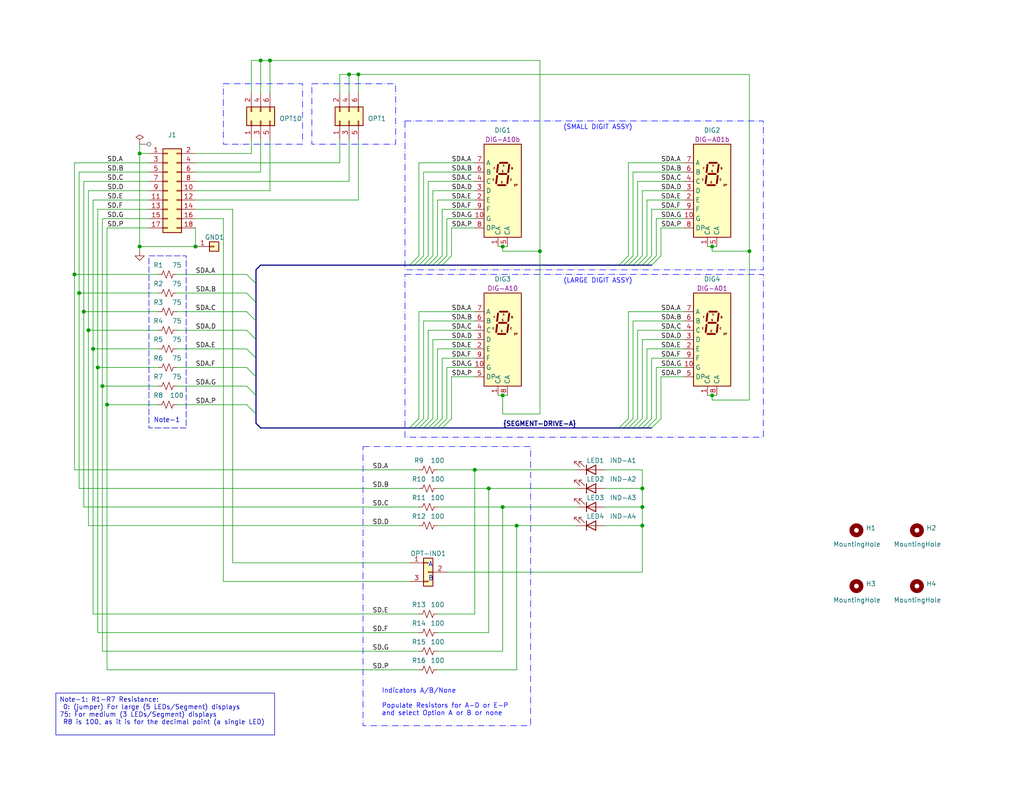
<source format=kicad_sch>
(kicad_sch (version 20230121) (generator eeschema)

  (uuid 6837b59f-09d9-4828-b818-e554889c44cd)

  (paper "A")

  (title_block
    (title "Portable Score Board - Digits")
    (date "2023-06-19")
    (rev "1")
    (company "AESilky")
    (comment 1 "Copyright AESilky 2023")
    (comment 4 "Digits for Score Board Assy")
  )

  (lib_symbols
    (symbol "AES_Library:Opt_1_of_2" (pin_names (offset 1.016) hide) (in_bom yes) (on_board yes)
      (property "Reference" "Opt" (at 0 5.08 0)
        (effects (font (size 1.27 1.27)))
      )
      (property "Value" "Opt_1-2" (at 0 -5.08 0)
        (effects (font (size 1.27 1.27)))
      )
      (property "Footprint" "" (at 0 0 0)
        (effects (font (size 1.27 1.27)) hide)
      )
      (property "Datasheet" "~" (at 0 0 0)
        (effects (font (size 1.27 1.27)) hide)
      )
      (property "ki_keywords" "option 1-of-2 1x3 header" (at 0 0 0)
        (effects (font (size 1.27 1.27)) hide)
      )
      (property "ki_description" "1 of 2 signal option, uses 1x3 header" (at 0 0 0)
        (effects (font (size 1.27 1.27)) hide)
      )
      (property "ki_fp_filters" "Connector*:*_1x??_*" (at 0 0 0)
        (effects (font (size 1.27 1.27)) hide)
      )
      (symbol "Opt_1_of_2_1_1"
        (rectangle (start -1.27 -2.413) (end 0 -2.667)
          (stroke (width 0.1524) (type default))
          (fill (type none))
        )
        (rectangle (start -1.27 2.667) (end 0 2.413)
          (stroke (width 0.1524) (type default))
          (fill (type none))
        )
        (rectangle (start -1.27 3.81) (end 1.27 -3.81)
          (stroke (width 0.254) (type default))
          (fill (type background))
        )
        (rectangle (start 0 -0.127) (end 1.27 0.127)
          (stroke (width 0.1524) (type default))
          (fill (type none))
        )
        (pin passive line (at -5.08 2.54 0) (length 3.81)
          (name "Pin_A" (effects (font (size 1.27 1.27))))
          (number "1" (effects (font (size 1.27 1.27))))
        )
        (pin passive line (at 5.08 0 180) (length 3.81)
          (name "Pin_Common" (effects (font (size 1.27 1.27))))
          (number "2" (effects (font (size 1.27 1.27))))
        )
        (pin passive line (at -5.08 -2.54 0) (length 3.81)
          (name "Pin_B" (effects (font (size 1.27 1.27))))
          (number "3" (effects (font (size 1.27 1.27))))
        )
      )
    )
    (symbol "AES_Library:WJ-LEDS18012TUR11" (in_bom yes) (on_board yes)
      (property "Reference" "U" (at 0 13.97 0)
        (effects (font (size 1.27 1.27)))
      )
      (property "Value" "WJLEDS18012TUR11" (at 0 16.51 0)
        (effects (font (size 1.27 1.27)) hide)
      )
      (property "Footprint" "Display_7Segment:SA15-11xxx" (at 0 -1.27 0)
        (effects (font (size 1.27 1.27)) hide)
      )
      (property "Datasheet" "" (at 0 -1.27 0)
        (effects (font (size 1.27 1.27)) hide)
      )
      (property "Marking" "CL18011BS" (at 0 11.43 0)
        (effects (font (size 1.27 1.27)) hide)
      )
      (property "ki_keywords" "display LED 7-segment digit" (at 0 0 0)
        (effects (font (size 1.27 1.27)) hide)
      )
      (property "ki_description" "Common Anode 7 Seg LED Digit, 1.8in (46.0mm), RDP" (at 0 0 0)
        (effects (font (size 1.27 1.27)) hide)
      )
      (property "ki_fp_filters" "SA15?11*" (at 0 0 0)
        (effects (font (size 1.27 1.27)) hide)
      )
      (symbol "WJ-LEDS18012TUR11_1_0"
        (text "A" (at 0.254 6.858 0)
          (effects (font (size 0.508 0.508)))
        )
        (text "B" (at 2.54 6.096 0)
          (effects (font (size 0.508 0.508)))
        )
        (text "C" (at 2.286 3.048 0)
          (effects (font (size 0.508 0.508)))
        )
        (text "D" (at -0.254 2.286 0)
          (effects (font (size 0.508 0.508)))
        )
        (text "DP" (at 3.556 1.524 0)
          (effects (font (size 0.508 0.508)))
        )
        (text "E" (at -2.54 3.048 0)
          (effects (font (size 0.508 0.508)))
        )
        (text "F" (at -2.286 6.096 0)
          (effects (font (size 0.508 0.508)))
        )
        (text "G" (at 0 5.334 0)
          (effects (font (size 0.508 0.508)))
        )
      )
      (symbol "WJ-LEDS18012TUR11_1_1"
        (rectangle (start -5.08 12.7) (end 5.08 -12.7)
          (stroke (width 0.254) (type default))
          (fill (type background))
        )
        (polyline
          (pts
            (xy -1.524 4.064)
            (xy -1.778 2.032)
          )
          (stroke (width 0.508) (type default))
          (fill (type none))
        )
        (polyline
          (pts
            (xy -1.27 1.524)
            (xy 0.762 1.524)
          )
          (stroke (width 0.508) (type default))
          (fill (type none))
        )
        (polyline
          (pts
            (xy -1.27 7.112)
            (xy -1.524 5.08)
          )
          (stroke (width 0.508) (type default))
          (fill (type none))
        )
        (polyline
          (pts
            (xy -1.016 4.572)
            (xy 1.016 4.572)
          )
          (stroke (width 0.508) (type default))
          (fill (type none))
        )
        (polyline
          (pts
            (xy -0.762 7.62)
            (xy 1.27 7.62)
          )
          (stroke (width 0.508) (type default))
          (fill (type none))
        )
        (polyline
          (pts
            (xy 1.524 4.064)
            (xy 1.27 2.032)
          )
          (stroke (width 0.508) (type default))
          (fill (type none))
        )
        (polyline
          (pts
            (xy 1.778 7.112)
            (xy 1.524 5.08)
          )
          (stroke (width 0.508) (type default))
          (fill (type none))
        )
        (polyline
          (pts
            (xy 2.54 1.524)
            (xy 2.54 1.524)
          )
          (stroke (width 0.508) (type default))
          (fill (type none))
        )
        (pin input line (at -1.27 -15.24 90) (length 2.54)
          (name "CA" (effects (font (size 1.27 1.27))))
          (number "1" (effects (font (size 1.27 1.27))))
        )
        (pin input line (at -7.62 -7.62 0) (length 2.54)
          (name "G" (effects (font (size 1.27 1.27))))
          (number "10" (effects (font (size 1.27 1.27))))
        )
        (pin input line (at -7.62 -2.54 0) (length 2.54)
          (name "E" (effects (font (size 1.27 1.27))))
          (number "2" (effects (font (size 1.27 1.27))))
        )
        (pin input line (at -7.62 0 0) (length 2.54)
          (name "D" (effects (font (size 1.27 1.27))))
          (number "3" (effects (font (size 1.27 1.27))))
        )
        (pin input line (at -7.62 2.54 0) (length 2.54)
          (name "C" (effects (font (size 1.27 1.27))))
          (number "4" (effects (font (size 1.27 1.27))))
        )
        (pin input line (at 1.27 -15.24 90) (length 2.54)
          (name "CA" (effects (font (size 1.27 1.27))))
          (number "5" (effects (font (size 1.27 1.27))))
        )
        (pin input line (at -7.62 5.08 0) (length 2.54)
          (name "B" (effects (font (size 1.27 1.27))))
          (number "6" (effects (font (size 1.27 1.27))))
        )
        (pin input line (at -7.62 7.62 0) (length 2.54)
          (name "A" (effects (font (size 1.27 1.27))))
          (number "7" (effects (font (size 1.27 1.27))))
        )
        (pin input line (at -7.62 -10.16 0) (length 2.54)
          (name "DP" (effects (font (size 1.27 1.27))))
          (number "8" (effects (font (size 1.27 1.27))))
        )
        (pin input line (at -7.62 -5.08 0) (length 2.54)
          (name "F" (effects (font (size 1.27 1.27))))
          (number "9" (effects (font (size 1.27 1.27))))
        )
      )
    )
    (symbol "AES_Library:WJ-LEDS40012TUR11" (in_bom yes) (on_board yes)
      (property "Reference" "U" (at 0 13.97 0)
        (effects (font (size 1.27 1.27)))
      )
      (property "Value" "WJLEDS40012TUR11" (at 0 16.51 0)
        (effects (font (size 1.27 1.27)) hide)
      )
      (property "Footprint" "Display_7Segment:SA15-11xxx" (at 0 -1.27 0)
        (effects (font (size 1.27 1.27)) hide)
      )
      (property "Datasheet" "" (at 0 -1.27 0)
        (effects (font (size 1.27 1.27)) hide)
      )
      (property "Marking" "40101BCR" (at 0 11.43 0)
        (effects (font (size 1.27 1.27)) hide)
      )
      (property "ki_keywords" "display LED 7-segment digit" (at 0 0 0)
        (effects (font (size 1.27 1.27)) hide)
      )
      (property "ki_description" "Common Anode 7 Seg LED Digit, 4.0in (100.0mm), RDP" (at 0 0 0)
        (effects (font (size 1.27 1.27)) hide)
      )
      (property "ki_fp_filters" "SA15?11*" (at 0 0 0)
        (effects (font (size 1.27 1.27)) hide)
      )
      (symbol "WJ-LEDS40012TUR11_1_0"
        (text "A" (at 0.254 6.858 0)
          (effects (font (size 0.508 0.508)))
        )
        (text "B" (at 2.54 6.096 0)
          (effects (font (size 0.508 0.508)))
        )
        (text "C" (at 2.286 3.048 0)
          (effects (font (size 0.508 0.508)))
        )
        (text "D" (at -0.254 2.286 0)
          (effects (font (size 0.508 0.508)))
        )
        (text "DP" (at 3.556 1.524 0)
          (effects (font (size 0.508 0.508)))
        )
        (text "E" (at -2.54 3.048 0)
          (effects (font (size 0.508 0.508)))
        )
        (text "F" (at -2.286 6.096 0)
          (effects (font (size 0.508 0.508)))
        )
        (text "G" (at 0 5.334 0)
          (effects (font (size 0.508 0.508)))
        )
      )
      (symbol "WJ-LEDS40012TUR11_1_1"
        (rectangle (start -5.08 12.7) (end 5.08 -12.7)
          (stroke (width 0.254) (type default))
          (fill (type background))
        )
        (polyline
          (pts
            (xy -1.524 4.064)
            (xy -1.778 2.032)
          )
          (stroke (width 0.508) (type default))
          (fill (type none))
        )
        (polyline
          (pts
            (xy -1.27 1.524)
            (xy 0.762 1.524)
          )
          (stroke (width 0.508) (type default))
          (fill (type none))
        )
        (polyline
          (pts
            (xy -1.27 7.112)
            (xy -1.524 5.08)
          )
          (stroke (width 0.508) (type default))
          (fill (type none))
        )
        (polyline
          (pts
            (xy -1.016 4.572)
            (xy 1.016 4.572)
          )
          (stroke (width 0.508) (type default))
          (fill (type none))
        )
        (polyline
          (pts
            (xy -0.762 7.62)
            (xy 1.27 7.62)
          )
          (stroke (width 0.508) (type default))
          (fill (type none))
        )
        (polyline
          (pts
            (xy 1.524 4.064)
            (xy 1.27 2.032)
          )
          (stroke (width 0.508) (type default))
          (fill (type none))
        )
        (polyline
          (pts
            (xy 1.778 7.112)
            (xy 1.524 5.08)
          )
          (stroke (width 0.508) (type default))
          (fill (type none))
        )
        (polyline
          (pts
            (xy 2.54 1.524)
            (xy 2.54 1.524)
          )
          (stroke (width 0.508) (type default))
          (fill (type none))
        )
        (pin input line (at -1.27 -15.24 90) (length 2.54)
          (name "CA" (effects (font (size 1.27 1.27))))
          (number "1" (effects (font (size 1.27 1.27))))
        )
        (pin input line (at -7.62 -7.62 0) (length 2.54)
          (name "G" (effects (font (size 1.27 1.27))))
          (number "10" (effects (font (size 1.27 1.27))))
        )
        (pin input line (at -7.62 -2.54 0) (length 2.54)
          (name "E" (effects (font (size 1.27 1.27))))
          (number "2" (effects (font (size 1.27 1.27))))
        )
        (pin input line (at -7.62 0 0) (length 2.54)
          (name "D" (effects (font (size 1.27 1.27))))
          (number "3" (effects (font (size 1.27 1.27))))
        )
        (pin input line (at -7.62 2.54 0) (length 2.54)
          (name "C" (effects (font (size 1.27 1.27))))
          (number "4" (effects (font (size 1.27 1.27))))
        )
        (pin input line (at -7.62 -10.16 0) (length 2.54)
          (name "DP" (effects (font (size 1.27 1.27))))
          (number "5" (effects (font (size 1.27 1.27))))
        )
        (pin input line (at -7.62 5.08 0) (length 2.54)
          (name "B" (effects (font (size 1.27 1.27))))
          (number "6" (effects (font (size 1.27 1.27))))
        )
        (pin input line (at -7.62 7.62 0) (length 2.54)
          (name "A" (effects (font (size 1.27 1.27))))
          (number "7" (effects (font (size 1.27 1.27))))
        )
        (pin input line (at 1.27 -15.24 90) (length 2.54)
          (name "CA" (effects (font (size 1.27 1.27))))
          (number "8" (effects (font (size 1.27 1.27))))
        )
        (pin input line (at -7.62 -5.08 0) (length 2.54)
          (name "F" (effects (font (size 1.27 1.27))))
          (number "9" (effects (font (size 1.27 1.27))))
        )
      )
    )
    (symbol "Connector_Generic:Conn_01x01" (pin_names (offset 1.016) hide) (in_bom yes) (on_board yes)
      (property "Reference" "J" (at 0 2.54 0)
        (effects (font (size 1.27 1.27)))
      )
      (property "Value" "Conn_01x01" (at 0 -2.54 0)
        (effects (font (size 1.27 1.27)))
      )
      (property "Footprint" "" (at 0 0 0)
        (effects (font (size 1.27 1.27)) hide)
      )
      (property "Datasheet" "~" (at 0 0 0)
        (effects (font (size 1.27 1.27)) hide)
      )
      (property "ki_keywords" "connector" (at 0 0 0)
        (effects (font (size 1.27 1.27)) hide)
      )
      (property "ki_description" "Generic connector, single row, 01x01, script generated (kicad-library-utils/schlib/autogen/connector/)" (at 0 0 0)
        (effects (font (size 1.27 1.27)) hide)
      )
      (property "ki_fp_filters" "Connector*:*_1x??_*" (at 0 0 0)
        (effects (font (size 1.27 1.27)) hide)
      )
      (symbol "Conn_01x01_1_1"
        (rectangle (start -1.27 0.127) (end 0 -0.127)
          (stroke (width 0.1524) (type default))
          (fill (type none))
        )
        (rectangle (start -1.27 1.27) (end 1.27 -1.27)
          (stroke (width 0.254) (type default))
          (fill (type background))
        )
        (pin passive line (at -5.08 0 0) (length 3.81)
          (name "Pin_1" (effects (font (size 1.27 1.27))))
          (number "1" (effects (font (size 1.27 1.27))))
        )
      )
    )
    (symbol "Connector_Generic:Conn_02x03_Odd_Even" (pin_names (offset 1.016) hide) (in_bom yes) (on_board yes)
      (property "Reference" "J" (at 1.27 5.08 0)
        (effects (font (size 1.27 1.27)))
      )
      (property "Value" "Conn_02x03_Odd_Even" (at 1.27 -5.08 0)
        (effects (font (size 1.27 1.27)))
      )
      (property "Footprint" "" (at 0 0 0)
        (effects (font (size 1.27 1.27)) hide)
      )
      (property "Datasheet" "~" (at 0 0 0)
        (effects (font (size 1.27 1.27)) hide)
      )
      (property "ki_keywords" "connector" (at 0 0 0)
        (effects (font (size 1.27 1.27)) hide)
      )
      (property "ki_description" "Generic connector, double row, 02x03, odd/even pin numbering scheme (row 1 odd numbers, row 2 even numbers), script generated (kicad-library-utils/schlib/autogen/connector/)" (at 0 0 0)
        (effects (font (size 1.27 1.27)) hide)
      )
      (property "ki_fp_filters" "Connector*:*_2x??_*" (at 0 0 0)
        (effects (font (size 1.27 1.27)) hide)
      )
      (symbol "Conn_02x03_Odd_Even_1_1"
        (rectangle (start -1.27 -2.413) (end 0 -2.667)
          (stroke (width 0.1524) (type default))
          (fill (type none))
        )
        (rectangle (start -1.27 0.127) (end 0 -0.127)
          (stroke (width 0.1524) (type default))
          (fill (type none))
        )
        (rectangle (start -1.27 2.667) (end 0 2.413)
          (stroke (width 0.1524) (type default))
          (fill (type none))
        )
        (rectangle (start -1.27 3.81) (end 3.81 -3.81)
          (stroke (width 0.254) (type default))
          (fill (type background))
        )
        (rectangle (start 3.81 -2.413) (end 2.54 -2.667)
          (stroke (width 0.1524) (type default))
          (fill (type none))
        )
        (rectangle (start 3.81 0.127) (end 2.54 -0.127)
          (stroke (width 0.1524) (type default))
          (fill (type none))
        )
        (rectangle (start 3.81 2.667) (end 2.54 2.413)
          (stroke (width 0.1524) (type default))
          (fill (type none))
        )
        (pin passive line (at -5.08 2.54 0) (length 3.81)
          (name "Pin_1" (effects (font (size 1.27 1.27))))
          (number "1" (effects (font (size 1.27 1.27))))
        )
        (pin passive line (at 7.62 2.54 180) (length 3.81)
          (name "Pin_2" (effects (font (size 1.27 1.27))))
          (number "2" (effects (font (size 1.27 1.27))))
        )
        (pin passive line (at -5.08 0 0) (length 3.81)
          (name "Pin_3" (effects (font (size 1.27 1.27))))
          (number "3" (effects (font (size 1.27 1.27))))
        )
        (pin passive line (at 7.62 0 180) (length 3.81)
          (name "Pin_4" (effects (font (size 1.27 1.27))))
          (number "4" (effects (font (size 1.27 1.27))))
        )
        (pin passive line (at -5.08 -2.54 0) (length 3.81)
          (name "Pin_5" (effects (font (size 1.27 1.27))))
          (number "5" (effects (font (size 1.27 1.27))))
        )
        (pin passive line (at 7.62 -2.54 180) (length 3.81)
          (name "Pin_6" (effects (font (size 1.27 1.27))))
          (number "6" (effects (font (size 1.27 1.27))))
        )
      )
    )
    (symbol "Connector_Generic:Conn_02x09_Odd_Even" (pin_names (offset 1.016) hide) (in_bom yes) (on_board yes)
      (property "Reference" "J" (at 1.27 12.7 0)
        (effects (font (size 1.27 1.27)))
      )
      (property "Value" "Conn_02x09_Odd_Even" (at 1.27 -12.7 0)
        (effects (font (size 1.27 1.27)))
      )
      (property "Footprint" "" (at 0 0 0)
        (effects (font (size 1.27 1.27)) hide)
      )
      (property "Datasheet" "~" (at 0 0 0)
        (effects (font (size 1.27 1.27)) hide)
      )
      (property "ki_keywords" "connector" (at 0 0 0)
        (effects (font (size 1.27 1.27)) hide)
      )
      (property "ki_description" "Generic connector, double row, 02x09, odd/even pin numbering scheme (row 1 odd numbers, row 2 even numbers), script generated (kicad-library-utils/schlib/autogen/connector/)" (at 0 0 0)
        (effects (font (size 1.27 1.27)) hide)
      )
      (property "ki_fp_filters" "Connector*:*_2x??_*" (at 0 0 0)
        (effects (font (size 1.27 1.27)) hide)
      )
      (symbol "Conn_02x09_Odd_Even_1_1"
        (rectangle (start -1.27 -10.033) (end 0 -10.287)
          (stroke (width 0.1524) (type default))
          (fill (type none))
        )
        (rectangle (start -1.27 -7.493) (end 0 -7.747)
          (stroke (width 0.1524) (type default))
          (fill (type none))
        )
        (rectangle (start -1.27 -4.953) (end 0 -5.207)
          (stroke (width 0.1524) (type default))
          (fill (type none))
        )
        (rectangle (start -1.27 -2.413) (end 0 -2.667)
          (stroke (width 0.1524) (type default))
          (fill (type none))
        )
        (rectangle (start -1.27 0.127) (end 0 -0.127)
          (stroke (width 0.1524) (type default))
          (fill (type none))
        )
        (rectangle (start -1.27 2.667) (end 0 2.413)
          (stroke (width 0.1524) (type default))
          (fill (type none))
        )
        (rectangle (start -1.27 5.207) (end 0 4.953)
          (stroke (width 0.1524) (type default))
          (fill (type none))
        )
        (rectangle (start -1.27 7.747) (end 0 7.493)
          (stroke (width 0.1524) (type default))
          (fill (type none))
        )
        (rectangle (start -1.27 10.287) (end 0 10.033)
          (stroke (width 0.1524) (type default))
          (fill (type none))
        )
        (rectangle (start -1.27 11.43) (end 3.81 -11.43)
          (stroke (width 0.254) (type default))
          (fill (type background))
        )
        (rectangle (start 3.81 -10.033) (end 2.54 -10.287)
          (stroke (width 0.1524) (type default))
          (fill (type none))
        )
        (rectangle (start 3.81 -7.493) (end 2.54 -7.747)
          (stroke (width 0.1524) (type default))
          (fill (type none))
        )
        (rectangle (start 3.81 -4.953) (end 2.54 -5.207)
          (stroke (width 0.1524) (type default))
          (fill (type none))
        )
        (rectangle (start 3.81 -2.413) (end 2.54 -2.667)
          (stroke (width 0.1524) (type default))
          (fill (type none))
        )
        (rectangle (start 3.81 0.127) (end 2.54 -0.127)
          (stroke (width 0.1524) (type default))
          (fill (type none))
        )
        (rectangle (start 3.81 2.667) (end 2.54 2.413)
          (stroke (width 0.1524) (type default))
          (fill (type none))
        )
        (rectangle (start 3.81 5.207) (end 2.54 4.953)
          (stroke (width 0.1524) (type default))
          (fill (type none))
        )
        (rectangle (start 3.81 7.747) (end 2.54 7.493)
          (stroke (width 0.1524) (type default))
          (fill (type none))
        )
        (rectangle (start 3.81 10.287) (end 2.54 10.033)
          (stroke (width 0.1524) (type default))
          (fill (type none))
        )
        (pin passive line (at -5.08 10.16 0) (length 3.81)
          (name "Pin_1" (effects (font (size 1.27 1.27))))
          (number "1" (effects (font (size 1.27 1.27))))
        )
        (pin passive line (at 7.62 0 180) (length 3.81)
          (name "Pin_10" (effects (font (size 1.27 1.27))))
          (number "10" (effects (font (size 1.27 1.27))))
        )
        (pin passive line (at -5.08 -2.54 0) (length 3.81)
          (name "Pin_11" (effects (font (size 1.27 1.27))))
          (number "11" (effects (font (size 1.27 1.27))))
        )
        (pin passive line (at 7.62 -2.54 180) (length 3.81)
          (name "Pin_12" (effects (font (size 1.27 1.27))))
          (number "12" (effects (font (size 1.27 1.27))))
        )
        (pin passive line (at -5.08 -5.08 0) (length 3.81)
          (name "Pin_13" (effects (font (size 1.27 1.27))))
          (number "13" (effects (font (size 1.27 1.27))))
        )
        (pin passive line (at 7.62 -5.08 180) (length 3.81)
          (name "Pin_14" (effects (font (size 1.27 1.27))))
          (number "14" (effects (font (size 1.27 1.27))))
        )
        (pin passive line (at -5.08 -7.62 0) (length 3.81)
          (name "Pin_15" (effects (font (size 1.27 1.27))))
          (number "15" (effects (font (size 1.27 1.27))))
        )
        (pin passive line (at 7.62 -7.62 180) (length 3.81)
          (name "Pin_16" (effects (font (size 1.27 1.27))))
          (number "16" (effects (font (size 1.27 1.27))))
        )
        (pin passive line (at -5.08 -10.16 0) (length 3.81)
          (name "Pin_17" (effects (font (size 1.27 1.27))))
          (number "17" (effects (font (size 1.27 1.27))))
        )
        (pin passive line (at 7.62 -10.16 180) (length 3.81)
          (name "Pin_18" (effects (font (size 1.27 1.27))))
          (number "18" (effects (font (size 1.27 1.27))))
        )
        (pin passive line (at 7.62 10.16 180) (length 3.81)
          (name "Pin_2" (effects (font (size 1.27 1.27))))
          (number "2" (effects (font (size 1.27 1.27))))
        )
        (pin passive line (at -5.08 7.62 0) (length 3.81)
          (name "Pin_3" (effects (font (size 1.27 1.27))))
          (number "3" (effects (font (size 1.27 1.27))))
        )
        (pin passive line (at 7.62 7.62 180) (length 3.81)
          (name "Pin_4" (effects (font (size 1.27 1.27))))
          (number "4" (effects (font (size 1.27 1.27))))
        )
        (pin passive line (at -5.08 5.08 0) (length 3.81)
          (name "Pin_5" (effects (font (size 1.27 1.27))))
          (number "5" (effects (font (size 1.27 1.27))))
        )
        (pin passive line (at 7.62 5.08 180) (length 3.81)
          (name "Pin_6" (effects (font (size 1.27 1.27))))
          (number "6" (effects (font (size 1.27 1.27))))
        )
        (pin passive line (at -5.08 2.54 0) (length 3.81)
          (name "Pin_7" (effects (font (size 1.27 1.27))))
          (number "7" (effects (font (size 1.27 1.27))))
        )
        (pin passive line (at 7.62 2.54 180) (length 3.81)
          (name "Pin_8" (effects (font (size 1.27 1.27))))
          (number "8" (effects (font (size 1.27 1.27))))
        )
        (pin passive line (at -5.08 0 0) (length 3.81)
          (name "Pin_9" (effects (font (size 1.27 1.27))))
          (number "9" (effects (font (size 1.27 1.27))))
        )
      )
    )
    (symbol "Device:LED" (pin_numbers hide) (pin_names (offset 1.016) hide) (in_bom yes) (on_board yes)
      (property "Reference" "D" (at 0 2.54 0)
        (effects (font (size 1.27 1.27)))
      )
      (property "Value" "LED" (at 0 -2.54 0)
        (effects (font (size 1.27 1.27)))
      )
      (property "Footprint" "" (at 0 0 0)
        (effects (font (size 1.27 1.27)) hide)
      )
      (property "Datasheet" "~" (at 0 0 0)
        (effects (font (size 1.27 1.27)) hide)
      )
      (property "ki_keywords" "LED diode" (at 0 0 0)
        (effects (font (size 1.27 1.27)) hide)
      )
      (property "ki_description" "Light emitting diode" (at 0 0 0)
        (effects (font (size 1.27 1.27)) hide)
      )
      (property "ki_fp_filters" "LED* LED_SMD:* LED_THT:*" (at 0 0 0)
        (effects (font (size 1.27 1.27)) hide)
      )
      (symbol "LED_0_1"
        (polyline
          (pts
            (xy -1.27 -1.27)
            (xy -1.27 1.27)
          )
          (stroke (width 0.254) (type default))
          (fill (type none))
        )
        (polyline
          (pts
            (xy -1.27 0)
            (xy 1.27 0)
          )
          (stroke (width 0) (type default))
          (fill (type none))
        )
        (polyline
          (pts
            (xy 1.27 -1.27)
            (xy 1.27 1.27)
            (xy -1.27 0)
            (xy 1.27 -1.27)
          )
          (stroke (width 0.254) (type default))
          (fill (type none))
        )
        (polyline
          (pts
            (xy -3.048 -0.762)
            (xy -4.572 -2.286)
            (xy -3.81 -2.286)
            (xy -4.572 -2.286)
            (xy -4.572 -1.524)
          )
          (stroke (width 0) (type default))
          (fill (type none))
        )
        (polyline
          (pts
            (xy -1.778 -0.762)
            (xy -3.302 -2.286)
            (xy -2.54 -2.286)
            (xy -3.302 -2.286)
            (xy -3.302 -1.524)
          )
          (stroke (width 0) (type default))
          (fill (type none))
        )
      )
      (symbol "LED_1_1"
        (pin passive line (at -3.81 0 0) (length 2.54)
          (name "K" (effects (font (size 1.27 1.27))))
          (number "1" (effects (font (size 1.27 1.27))))
        )
        (pin passive line (at 3.81 0 180) (length 2.54)
          (name "A" (effects (font (size 1.27 1.27))))
          (number "2" (effects (font (size 1.27 1.27))))
        )
      )
    )
    (symbol "Device:R_Small_US" (pin_numbers hide) (pin_names (offset 0.254) hide) (in_bom yes) (on_board yes)
      (property "Reference" "R" (at 0.762 0.508 0)
        (effects (font (size 1.27 1.27)) (justify left))
      )
      (property "Value" "R_Small_US" (at 0.762 -1.016 0)
        (effects (font (size 1.27 1.27)) (justify left))
      )
      (property "Footprint" "" (at 0 0 0)
        (effects (font (size 1.27 1.27)) hide)
      )
      (property "Datasheet" "~" (at 0 0 0)
        (effects (font (size 1.27 1.27)) hide)
      )
      (property "ki_keywords" "r resistor" (at 0 0 0)
        (effects (font (size 1.27 1.27)) hide)
      )
      (property "ki_description" "Resistor, small US symbol" (at 0 0 0)
        (effects (font (size 1.27 1.27)) hide)
      )
      (property "ki_fp_filters" "R_*" (at 0 0 0)
        (effects (font (size 1.27 1.27)) hide)
      )
      (symbol "R_Small_US_1_1"
        (polyline
          (pts
            (xy 0 0)
            (xy 1.016 -0.381)
            (xy 0 -0.762)
            (xy -1.016 -1.143)
            (xy 0 -1.524)
          )
          (stroke (width 0) (type default))
          (fill (type none))
        )
        (polyline
          (pts
            (xy 0 1.524)
            (xy 1.016 1.143)
            (xy 0 0.762)
            (xy -1.016 0.381)
            (xy 0 0)
          )
          (stroke (width 0) (type default))
          (fill (type none))
        )
        (pin passive line (at 0 2.54 270) (length 1.016)
          (name "~" (effects (font (size 1.27 1.27))))
          (number "1" (effects (font (size 1.27 1.27))))
        )
        (pin passive line (at 0 -2.54 90) (length 1.016)
          (name "~" (effects (font (size 1.27 1.27))))
          (number "2" (effects (font (size 1.27 1.27))))
        )
      )
    )
    (symbol "Mechanical:MountingHole" (pin_names (offset 1.016)) (in_bom yes) (on_board yes)
      (property "Reference" "H" (at 0 5.08 0)
        (effects (font (size 1.27 1.27)))
      )
      (property "Value" "MountingHole" (at 0 3.175 0)
        (effects (font (size 1.27 1.27)))
      )
      (property "Footprint" "" (at 0 0 0)
        (effects (font (size 1.27 1.27)) hide)
      )
      (property "Datasheet" "~" (at 0 0 0)
        (effects (font (size 1.27 1.27)) hide)
      )
      (property "ki_keywords" "mounting hole" (at 0 0 0)
        (effects (font (size 1.27 1.27)) hide)
      )
      (property "ki_description" "Mounting Hole without connection" (at 0 0 0)
        (effects (font (size 1.27 1.27)) hide)
      )
      (property "ki_fp_filters" "MountingHole*" (at 0 0 0)
        (effects (font (size 1.27 1.27)) hide)
      )
      (symbol "MountingHole_0_1"
        (circle (center 0 0) (radius 1.27)
          (stroke (width 1.27) (type default))
          (fill (type none))
        )
      )
    )
    (symbol "power:GND" (power) (pin_names (offset 0)) (in_bom yes) (on_board yes)
      (property "Reference" "#PWR" (at 0 -6.35 0)
        (effects (font (size 1.27 1.27)) hide)
      )
      (property "Value" "GND" (at 0 -3.81 0)
        (effects (font (size 1.27 1.27)))
      )
      (property "Footprint" "" (at 0 0 0)
        (effects (font (size 1.27 1.27)) hide)
      )
      (property "Datasheet" "" (at 0 0 0)
        (effects (font (size 1.27 1.27)) hide)
      )
      (property "ki_keywords" "global power" (at 0 0 0)
        (effects (font (size 1.27 1.27)) hide)
      )
      (property "ki_description" "Power symbol creates a global label with name \"GND\" , ground" (at 0 0 0)
        (effects (font (size 1.27 1.27)) hide)
      )
      (symbol "GND_0_1"
        (polyline
          (pts
            (xy 0 0)
            (xy 0 -1.27)
            (xy 1.27 -1.27)
            (xy 0 -2.54)
            (xy -1.27 -1.27)
            (xy 0 -1.27)
          )
          (stroke (width 0) (type default))
          (fill (type none))
        )
      )
      (symbol "GND_1_1"
        (pin power_in line (at 0 0 270) (length 0) hide
          (name "GND" (effects (font (size 1.27 1.27))))
          (number "1" (effects (font (size 1.27 1.27))))
        )
      )
    )
    (symbol "power:PWR_FLAG" (power) (pin_numbers hide) (pin_names (offset 0) hide) (in_bom yes) (on_board yes)
      (property "Reference" "#FLG" (at 0 1.905 0)
        (effects (font (size 1.27 1.27)) hide)
      )
      (property "Value" "PWR_FLAG" (at 0 3.81 0)
        (effects (font (size 1.27 1.27)))
      )
      (property "Footprint" "" (at 0 0 0)
        (effects (font (size 1.27 1.27)) hide)
      )
      (property "Datasheet" "~" (at 0 0 0)
        (effects (font (size 1.27 1.27)) hide)
      )
      (property "ki_keywords" "flag power" (at 0 0 0)
        (effects (font (size 1.27 1.27)) hide)
      )
      (property "ki_description" "Special symbol for telling ERC where power comes from" (at 0 0 0)
        (effects (font (size 1.27 1.27)) hide)
      )
      (symbol "PWR_FLAG_0_0"
        (pin power_out line (at 0 0 90) (length 0)
          (name "pwr" (effects (font (size 1.27 1.27))))
          (number "1" (effects (font (size 1.27 1.27))))
        )
      )
      (symbol "PWR_FLAG_0_1"
        (polyline
          (pts
            (xy 0 0)
            (xy 0 1.27)
            (xy -1.016 1.905)
            (xy 0 2.54)
            (xy 1.016 1.905)
            (xy 0 1.27)
          )
          (stroke (width 0) (type default))
          (fill (type none))
        )
      )
    )
  )

  (bus_alias "SEGMENT-DRIVE-A" (members "SDA.A" "SDA.B" "SDA.C" "SDA.D" "SDA.E" "SDA.F" "SDA.G" "SDA.P"))
  (junction (at 140.97 143.51) (diameter 0) (color 0 0 0 0)
    (uuid 0147c4c2-2ee2-4eda-adae-3d7a702647e3)
  )
  (junction (at 73.66 16.51) (diameter 0) (color 0 0 0 0)
    (uuid 100ebcf9-8651-4844-b5e9-fc3ac83594f1)
  )
  (junction (at 137.16 67.31) (diameter 0) (color 0 0 0 0)
    (uuid 108232f6-58bd-40fb-bca3-61e9c6d88554)
  )
  (junction (at 25.4 95.25) (diameter 0) (color 0 0 0 0)
    (uuid 1bb87926-04ee-4840-a228-80ee5f05c8bb)
  )
  (junction (at 204.47 68.58) (diameter 0) (color 0 0 0 0)
    (uuid 1e2757e7-6419-4fa9-8958-c9dd20f5b083)
  )
  (junction (at 22.86 85.09) (diameter 0) (color 0 0 0 0)
    (uuid 2264dc4f-742c-418d-98f9-bcec222f179d)
  )
  (junction (at 24.13 90.17) (diameter 0) (color 0 0 0 0)
    (uuid 2ac02154-6a23-498d-b661-2cf5a0c47724)
  )
  (junction (at 71.12 16.51) (diameter 0) (color 0 0 0 0)
    (uuid 30a53c83-e634-4e70-b995-1cbf1951e2ef)
  )
  (junction (at 175.26 133.35) (diameter 0) (color 0 0 0 0)
    (uuid 31288a2c-720c-4105-bfaf-c88c3357b33e)
  )
  (junction (at 95.25 20.32) (diameter 0) (color 0 0 0 0)
    (uuid 39000892-5a7a-4e95-b5b4-1b12b5465412)
  )
  (junction (at 26.67 100.33) (diameter 0) (color 0 0 0 0)
    (uuid 39d99cfe-f467-4a88-9c27-9335a581f9f1)
  )
  (junction (at 27.94 105.41) (diameter 0) (color 0 0 0 0)
    (uuid 40f5ef97-0b6a-4aee-8f36-5204b9541643)
  )
  (junction (at 137.16 138.43) (diameter 0) (color 0 0 0 0)
    (uuid 7227d7b8-414c-4422-b619-6d2b6f094d49)
  )
  (junction (at 175.26 143.51) (diameter 0) (color 0 0 0 0)
    (uuid 78d7da0a-1f50-4cac-ad7a-fc634789eca3)
  )
  (junction (at 194.31 67.31) (diameter 0) (color 0 0 0 0)
    (uuid 8251af0d-138a-4a3a-9887-1bf89527f26e)
  )
  (junction (at 20.32 74.93) (diameter 0) (color 0 0 0 0)
    (uuid 8406b72c-5027-4885-ab42-f96cddd4dad9)
  )
  (junction (at 38.1 67.31) (diameter 0) (color 0 0 0 0)
    (uuid 95ce1373-615f-46e1-8699-5bd13c7f7f81)
  )
  (junction (at 175.26 138.43) (diameter 0) (color 0 0 0 0)
    (uuid 97a64cbc-2fe7-4596-9293-e91fe00cb046)
  )
  (junction (at 38.1 41.91) (diameter 0) (color 0 0 0 0)
    (uuid a8c81262-eeb2-4334-8c68-46cf278e9b2c)
  )
  (junction (at 21.59 80.01) (diameter 0) (color 0 0 0 0)
    (uuid b0215aca-94a2-4d5b-a44b-dedcfdf71af2)
  )
  (junction (at 29.21 110.49) (diameter 0) (color 0 0 0 0)
    (uuid bdc83a20-9f87-4a67-9203-591df3997f16)
  )
  (junction (at 53.34 67.31) (diameter 0) (color 0 0 0 0)
    (uuid c0923114-c5f2-41af-9596-5059720f6322)
  )
  (junction (at 147.32 68.58) (diameter 0) (color 0 0 0 0)
    (uuid c4555783-9c5c-4e35-9233-d48a34bd4acf)
  )
  (junction (at 129.54 128.27) (diameter 0) (color 0 0 0 0)
    (uuid d05c853a-a34d-427b-b4df-033f92547414)
  )
  (junction (at 133.35 133.35) (diameter 0) (color 0 0 0 0)
    (uuid d773ae09-c8f0-436c-af9f-ec2248666622)
  )
  (junction (at 137.16 107.95) (diameter 0) (color 0 0 0 0)
    (uuid de754db6-96a3-433a-b148-0344f8cef1c3)
  )
  (junction (at 194.31 107.95) (diameter 0) (color 0 0 0 0)
    (uuid f814e515-2b5d-42c6-9b65-4670552cfd30)
  )
  (junction (at 97.79 20.32) (diameter 0) (color 0 0 0 0)
    (uuid ffab3af8-73ec-4729-9a17-c7ccd29c93f2)
  )

  (bus_entry (at 118.11 69.85) (size -2.54 2.54)
    (stroke (width 0) (type default))
    (uuid 00ada57a-9b81-4980-bf7e-f3fd97ad3d8b)
  )
  (bus_entry (at 173.99 69.85) (size -2.54 2.54)
    (stroke (width 0) (type default))
    (uuid 0334c61b-4379-41fe-be64-07582c7054a4)
  )
  (bus_entry (at 172.72 114.3) (size -2.54 2.54)
    (stroke (width 0) (type default))
    (uuid 03925116-29cb-44ac-90d8-62f2288e1c4e)
  )
  (bus_entry (at 119.38 69.85) (size -2.54 2.54)
    (stroke (width 0) (type default))
    (uuid 14de5c73-cfcc-490d-95e1-2ae55630f179)
  )
  (bus_entry (at 123.19 69.85) (size -2.54 2.54)
    (stroke (width 0) (type default))
    (uuid 1d0cf965-3499-4891-84c6-ebb37a740e07)
  )
  (bus_entry (at 175.26 114.3) (size -2.54 2.54)
    (stroke (width 0) (type default))
    (uuid 23f080e4-1f4f-4506-b537-a5eff1bb8014)
  )
  (bus_entry (at 120.65 69.85) (size -2.54 2.54)
    (stroke (width 0) (type default))
    (uuid 25db04c9-63cb-4f71-8dfe-65bea46762e0)
  )
  (bus_entry (at 121.92 114.3) (size -2.54 2.54)
    (stroke (width 0) (type default))
    (uuid 26a2f650-ce1e-417b-ac65-99f49d56fa8e)
  )
  (bus_entry (at 171.45 114.3) (size -2.54 2.54)
    (stroke (width 0) (type default))
    (uuid 359299cb-5250-47dd-9a10-f25a15c161d4)
  )
  (bus_entry (at 67.31 85.09) (size 2.54 2.54)
    (stroke (width 0) (type default))
    (uuid 402163ab-eec5-4f97-86ab-5fc02b05e781)
  )
  (bus_entry (at 67.31 110.49) (size 2.54 2.54)
    (stroke (width 0) (type default))
    (uuid 40544ee7-6d91-4716-8f32-06886683a74c)
  )
  (bus_entry (at 173.99 114.3) (size -2.54 2.54)
    (stroke (width 0) (type default))
    (uuid 44486bbd-cbc7-47a7-a425-086ac0b1cd67)
  )
  (bus_entry (at 67.31 105.41) (size 2.54 2.54)
    (stroke (width 0) (type default))
    (uuid 5a81826c-58e0-4cf2-a7e7-928eb51c5ecc)
  )
  (bus_entry (at 171.45 69.85) (size -2.54 2.54)
    (stroke (width 0) (type default))
    (uuid 62bcb95e-7e6c-4cc2-b334-741f549ca715)
  )
  (bus_entry (at 179.07 114.3) (size -2.54 2.54)
    (stroke (width 0) (type default))
    (uuid 67edd35c-7d8a-4e2e-91c7-e5148a2a50b0)
  )
  (bus_entry (at 123.19 114.3) (size -2.54 2.54)
    (stroke (width 0) (type default))
    (uuid 68ceb803-d3fa-40b6-9783-16e49ecfdb50)
  )
  (bus_entry (at 67.31 74.93) (size 2.54 2.54)
    (stroke (width 0) (type default))
    (uuid 6a17979d-5763-474a-9027-2764559cb6f2)
  )
  (bus_entry (at 118.11 114.3) (size -2.54 2.54)
    (stroke (width 0) (type default))
    (uuid 6ee8dc7f-196a-4b79-8333-dcb54428c216)
  )
  (bus_entry (at 179.07 69.85) (size -2.54 2.54)
    (stroke (width 0) (type default))
    (uuid 7582abcb-6016-422d-ac0a-b8199bbbaab7)
  )
  (bus_entry (at 115.57 114.3) (size -2.54 2.54)
    (stroke (width 0) (type default))
    (uuid 78ad7891-e884-49ca-8343-a89d7ed3250c)
  )
  (bus_entry (at 116.84 114.3) (size -2.54 2.54)
    (stroke (width 0) (type default))
    (uuid 7944a78f-513d-4c30-b95e-47ce86f43fd4)
  )
  (bus_entry (at 175.26 69.85) (size -2.54 2.54)
    (stroke (width 0) (type default))
    (uuid 7ec997e1-1a4f-44ab-87c5-6131aa934e4d)
  )
  (bus_entry (at 119.38 114.3) (size -2.54 2.54)
    (stroke (width 0) (type default))
    (uuid 8199a068-ec3d-412e-81e6-f489a0793fa0)
  )
  (bus_entry (at 114.3 114.3) (size -2.54 2.54)
    (stroke (width 0) (type default))
    (uuid 8d805d88-2865-4fef-bc60-68b261a965c1)
  )
  (bus_entry (at 177.8 114.3) (size -2.54 2.54)
    (stroke (width 0) (type default))
    (uuid 90703c11-7196-40a0-8325-c3370092e9bb)
  )
  (bus_entry (at 180.34 114.3) (size -2.54 2.54)
    (stroke (width 0) (type default))
    (uuid a19c2c72-2e17-4c2e-82bc-e3da420f5fc8)
  )
  (bus_entry (at 120.65 114.3) (size -2.54 2.54)
    (stroke (width 0) (type default))
    (uuid a541d9c9-5e05-4667-b483-891f6afab687)
  )
  (bus_entry (at 177.8 69.85) (size -2.54 2.54)
    (stroke (width 0) (type default))
    (uuid ad5c2852-a78e-45bc-9155-401727be1e46)
  )
  (bus_entry (at 176.53 114.3) (size -2.54 2.54)
    (stroke (width 0) (type default))
    (uuid b3e46e3c-0b4b-4956-bbf6-2787205339c4)
  )
  (bus_entry (at 67.31 80.01) (size 2.54 2.54)
    (stroke (width 0) (type default))
    (uuid b7028d55-018b-467f-a2b9-f8321b3f5604)
  )
  (bus_entry (at 172.72 69.85) (size -2.54 2.54)
    (stroke (width 0) (type default))
    (uuid c014e471-5aed-45c8-bf32-a928201fd1d6)
  )
  (bus_entry (at 67.31 100.33) (size 2.54 2.54)
    (stroke (width 0) (type default))
    (uuid cdeb9df5-df0a-44cb-9687-a85102ffe19c)
  )
  (bus_entry (at 67.31 95.25) (size 2.54 2.54)
    (stroke (width 0) (type default))
    (uuid dedb7857-3263-48ea-8de1-59f1da4383bc)
  )
  (bus_entry (at 67.31 90.17) (size 2.54 2.54)
    (stroke (width 0) (type default))
    (uuid dfeea3b6-ba4b-4eb6-99fb-11f8bee687d0)
  )
  (bus_entry (at 121.92 69.85) (size -2.54 2.54)
    (stroke (width 0) (type default))
    (uuid dff9293b-8db1-4554-a986-2a314a4e0221)
  )
  (bus_entry (at 180.34 69.85) (size -2.54 2.54)
    (stroke (width 0) (type default))
    (uuid e1df1d8e-eb37-4595-8580-7c00b5190192)
  )
  (bus_entry (at 114.3 69.85) (size -2.54 2.54)
    (stroke (width 0) (type default))
    (uuid e495aaf0-660b-4e69-8e81-3faef2e199e4)
  )
  (bus_entry (at 115.57 69.85) (size -2.54 2.54)
    (stroke (width 0) (type default))
    (uuid ea081ef4-95a0-4916-9ec7-044ac4e4178f)
  )
  (bus_entry (at 116.84 69.85) (size -2.54 2.54)
    (stroke (width 0) (type default))
    (uuid eb465f5b-dce9-4a66-807c-b56ec9ae700f)
  )
  (bus_entry (at 176.53 69.85) (size -2.54 2.54)
    (stroke (width 0) (type default))
    (uuid fb02f644-e6d3-4f1d-91df-57717bc2695f)
  )

  (wire (pts (xy 26.67 57.15) (xy 26.67 100.33))
    (stroke (width 0) (type default))
    (uuid 00d47763-cbc4-46fe-8623-d6f014762bb1)
  )
  (wire (pts (xy 63.5 153.67) (xy 63.5 57.15))
    (stroke (width 0) (type default))
    (uuid 010bc1e8-60f5-49f9-8aff-736c58677905)
  )
  (wire (pts (xy 116.84 90.17) (xy 116.84 114.3))
    (stroke (width 0) (type default))
    (uuid 0264e9f8-e255-4b23-b812-b4518e8b8e19)
  )
  (wire (pts (xy 40.64 41.91) (xy 38.1 41.91))
    (stroke (width 0) (type default))
    (uuid 03b95a9a-dc7f-4b8a-bb62-9e41b0ad8143)
  )
  (wire (pts (xy 175.26 138.43) (xy 175.26 143.51))
    (stroke (width 0) (type default))
    (uuid 07f600db-1937-4ec6-81d8-1e11ea110a36)
  )
  (wire (pts (xy 119.38 54.61) (xy 119.38 69.85))
    (stroke (width 0) (type default))
    (uuid 0889d13e-a21c-4278-be15-38a4542f22a3)
  )
  (wire (pts (xy 73.66 38.1) (xy 73.66 52.07))
    (stroke (width 0) (type default))
    (uuid 08db3c74-495d-47e3-8440-1dfa70c3be44)
  )
  (wire (pts (xy 177.8 57.15) (xy 186.69 57.15))
    (stroke (width 0) (type default))
    (uuid 0ac7c30e-846a-4c60-b27e-fbe455f1660c)
  )
  (wire (pts (xy 48.26 95.25) (xy 67.31 95.25))
    (stroke (width 0) (type default))
    (uuid 0d39b057-a349-44e3-9c8f-23cb017bab6c)
  )
  (wire (pts (xy 114.3 167.64) (xy 25.4 167.64))
    (stroke (width 0) (type default))
    (uuid 0d3a97c2-3173-47f8-9130-bb72ac221c75)
  )
  (wire (pts (xy 53.34 67.31) (xy 38.1 67.31))
    (stroke (width 0) (type default))
    (uuid 0e2d16d2-03d7-4097-8f60-c9f6308b83c5)
  )
  (wire (pts (xy 48.26 85.09) (xy 67.31 85.09))
    (stroke (width 0) (type default))
    (uuid 0e6e50b6-dfca-443b-a8c4-1a7feed50364)
  )
  (wire (pts (xy 71.12 38.1) (xy 71.12 46.99))
    (stroke (width 0) (type default))
    (uuid 0eedf4eb-a068-4cc3-a837-4a12c82df471)
  )
  (wire (pts (xy 119.38 95.25) (xy 119.38 114.3))
    (stroke (width 0) (type default))
    (uuid 1038d6dd-ccbf-429e-ad16-1c4c00fadde9)
  )
  (wire (pts (xy 71.12 16.51) (xy 68.58 16.51))
    (stroke (width 0) (type default))
    (uuid 12273b10-6008-43cc-9a47-20de267bbe75)
  )
  (wire (pts (xy 95.25 38.1) (xy 95.25 49.53))
    (stroke (width 0) (type default))
    (uuid 12de63bd-99d8-49f9-8945-6b6a631d6ce9)
  )
  (wire (pts (xy 73.66 25.4) (xy 73.66 16.51))
    (stroke (width 0) (type default))
    (uuid 132bcb0a-d13a-4953-8643-9e35d3d938a0)
  )
  (wire (pts (xy 129.54 52.07) (xy 118.11 52.07))
    (stroke (width 0) (type default))
    (uuid 1336d900-7b34-4b1d-a1a5-75e2f286987e)
  )
  (wire (pts (xy 129.54 128.27) (xy 157.48 128.27))
    (stroke (width 0) (type default))
    (uuid 13e44607-c4be-4637-8fc0-b52ef2719a48)
  )
  (wire (pts (xy 193.04 67.31) (xy 194.31 67.31))
    (stroke (width 0) (type default))
    (uuid 1422f94a-2434-431a-9769-28a8379c0868)
  )
  (bus (pts (xy 71.12 116.84) (xy 69.85 115.57))
    (stroke (width 0) (type default))
    (uuid 174bcac7-fda7-41de-9ed1-edf3a30bb454)
  )
  (bus (pts (xy 170.18 72.39) (xy 171.45 72.39))
    (stroke (width 0) (type default))
    (uuid 1ad0fe06-5b5e-477f-8986-0c61c67f3f60)
  )
  (bus (pts (xy 111.76 72.39) (xy 113.03 72.39))
    (stroke (width 0) (type default))
    (uuid 1cbbc69d-a48c-4fdd-9ec3-fa33e79676e9)
  )

  (wire (pts (xy 92.71 20.32) (xy 92.71 25.4))
    (stroke (width 0) (type default))
    (uuid 1f17ea18-2686-493a-bf56-fd12a2f4bf70)
  )
  (wire (pts (xy 119.38 182.88) (xy 140.97 182.88))
    (stroke (width 0) (type default))
    (uuid 218e8f02-dfac-455c-8a30-eaa3cd0601a4)
  )
  (wire (pts (xy 114.3 133.35) (xy 21.59 133.35))
    (stroke (width 0) (type default))
    (uuid 29152a05-9003-4a36-b84c-5751e7afeb16)
  )
  (wire (pts (xy 25.4 95.25) (xy 43.18 95.25))
    (stroke (width 0) (type default))
    (uuid 29928035-4f2f-40b1-bf1e-ad8fe858c703)
  )
  (wire (pts (xy 119.38 128.27) (xy 129.54 128.27))
    (stroke (width 0) (type default))
    (uuid 2a5aa6cb-6d57-4724-b247-62e6c96ed4f7)
  )
  (bus (pts (xy 111.76 116.84) (xy 113.03 116.84))
    (stroke (width 0) (type default))
    (uuid 2af75df8-5687-4cee-a437-061e82fdf6ca)
  )

  (wire (pts (xy 27.94 59.69) (xy 40.64 59.69))
    (stroke (width 0) (type default))
    (uuid 2c40f39f-1d96-43d4-8c04-76112ac864f3)
  )
  (wire (pts (xy 111.76 153.67) (xy 63.5 153.67))
    (stroke (width 0) (type default))
    (uuid 2cc92612-0813-43c4-a2d5-332af9ad7fb1)
  )
  (wire (pts (xy 116.84 49.53) (xy 116.84 69.85))
    (stroke (width 0) (type default))
    (uuid 2cdc2d6f-774a-4dfc-bc2a-c17afe8d397e)
  )
  (wire (pts (xy 26.67 57.15) (xy 40.64 57.15))
    (stroke (width 0) (type default))
    (uuid 2cf00952-61b7-479a-b413-d7e479f3d6dd)
  )
  (wire (pts (xy 22.86 138.43) (xy 22.86 85.09))
    (stroke (width 0) (type default))
    (uuid 2e0570c1-09e9-45be-8643-f7650056d497)
  )
  (wire (pts (xy 26.67 172.72) (xy 26.67 100.33))
    (stroke (width 0) (type default))
    (uuid 2e5c43af-4fa7-4eda-ac27-da8b6afd63e6)
  )
  (bus (pts (xy 172.72 72.39) (xy 173.99 72.39))
    (stroke (width 0) (type default))
    (uuid 3145d053-5498-452e-b691-5985c62c21c9)
  )

  (wire (pts (xy 177.8 97.79) (xy 186.69 97.79))
    (stroke (width 0) (type default))
    (uuid 3270d5de-9dda-43ff-97ef-b04c79d4b921)
  )
  (wire (pts (xy 22.86 49.53) (xy 40.64 49.53))
    (stroke (width 0) (type default))
    (uuid 3312ea8b-6f27-44af-aa69-dfe09869f62b)
  )
  (wire (pts (xy 135.89 107.95) (xy 137.16 107.95))
    (stroke (width 0) (type default))
    (uuid 34f445fe-ee41-4a82-aefa-d725e3435a43)
  )
  (bus (pts (xy 69.85 113.03) (xy 69.85 115.57))
    (stroke (width 0) (type default))
    (uuid 388925ac-4349-4a9d-a666-cb7714f165df)
  )

  (wire (pts (xy 53.34 62.23) (xy 53.34 67.31))
    (stroke (width 0) (type default))
    (uuid 39866003-b8bc-430d-b65d-5399d7ba6ba3)
  )
  (bus (pts (xy 115.57 116.84) (xy 116.84 116.84))
    (stroke (width 0) (type default))
    (uuid 3abe6d0d-4a6e-45d8-947c-cd0039ad863b)
  )

  (wire (pts (xy 129.54 95.25) (xy 119.38 95.25))
    (stroke (width 0) (type default))
    (uuid 3ad1bd20-797b-4ea8-926c-1a402b135528)
  )
  (wire (pts (xy 60.96 158.75) (xy 60.96 59.69))
    (stroke (width 0) (type default))
    (uuid 3c3651aa-60a8-4a25-addc-c6a420a6c2d7)
  )
  (wire (pts (xy 114.3 85.09) (xy 114.3 114.3))
    (stroke (width 0) (type default))
    (uuid 3d4079f2-6245-48b3-a803-196318c4acfb)
  )
  (wire (pts (xy 115.57 87.63) (xy 115.57 114.3))
    (stroke (width 0) (type default))
    (uuid 3de523e4-dcff-4dfd-ac35-23ef330722b9)
  )
  (wire (pts (xy 171.45 85.09) (xy 186.69 85.09))
    (stroke (width 0) (type default))
    (uuid 3e1d6876-c2a3-4de9-8900-0e6fadc7eef7)
  )
  (wire (pts (xy 119.38 138.43) (xy 137.16 138.43))
    (stroke (width 0) (type default))
    (uuid 3e254f81-bf1b-4e7b-97a2-16b59a1ee228)
  )
  (wire (pts (xy 27.94 59.69) (xy 27.94 105.41))
    (stroke (width 0) (type default))
    (uuid 3f62e466-fdc6-43f9-b780-c452c5ced72d)
  )
  (bus (pts (xy 173.99 116.84) (xy 175.26 116.84))
    (stroke (width 0) (type default))
    (uuid 3fffaaf8-e350-4731-bb81-0758d8625bea)
  )

  (wire (pts (xy 121.92 156.21) (xy 175.26 156.21))
    (stroke (width 0) (type default))
    (uuid 42cf5183-8f8f-4ba8-83d8-7dd3d4e901af)
  )
  (wire (pts (xy 21.59 46.99) (xy 40.64 46.99))
    (stroke (width 0) (type default))
    (uuid 445f7c12-23a4-4c85-ad5f-0a4a8c9096da)
  )
  (wire (pts (xy 114.3 143.51) (xy 24.13 143.51))
    (stroke (width 0) (type default))
    (uuid 45148c53-2ac5-4554-b234-712381e16b37)
  )
  (wire (pts (xy 165.1 133.35) (xy 175.26 133.35))
    (stroke (width 0) (type default))
    (uuid 451de1f9-9c19-4751-bee9-89d574612367)
  )
  (wire (pts (xy 115.57 87.63) (xy 129.54 87.63))
    (stroke (width 0) (type default))
    (uuid 46493bca-53f5-4263-9887-858e84f0d8bf)
  )
  (wire (pts (xy 24.13 143.51) (xy 24.13 90.17))
    (stroke (width 0) (type default))
    (uuid 4ab8f3a0-5ec4-45ca-92d0-edc8499a737d)
  )
  (wire (pts (xy 204.47 68.58) (xy 204.47 20.32))
    (stroke (width 0) (type default))
    (uuid 4baf6af6-d90a-4ce1-a295-0080efc33068)
  )
  (wire (pts (xy 171.45 44.45) (xy 186.69 44.45))
    (stroke (width 0) (type default))
    (uuid 4bf0d6ea-4ba7-4b5d-9906-3896ae52b94c)
  )
  (wire (pts (xy 140.97 182.88) (xy 140.97 143.51))
    (stroke (width 0) (type default))
    (uuid 4c404841-ab2e-4cc1-86d2-77e5e8c56faa)
  )
  (wire (pts (xy 68.58 41.91) (xy 53.34 41.91))
    (stroke (width 0) (type default))
    (uuid 4c7b5cfb-2ea6-4b45-96ac-624000ecb972)
  )
  (wire (pts (xy 179.07 100.33) (xy 186.69 100.33))
    (stroke (width 0) (type default))
    (uuid 4dfef2aa-9886-4fb3-8c52-a34ed0ad49e3)
  )
  (wire (pts (xy 118.11 52.07) (xy 118.11 69.85))
    (stroke (width 0) (type default))
    (uuid 4e0c08ca-94ac-4bf5-a0a3-2b0a5a42e48a)
  )
  (bus (pts (xy 69.85 92.71) (xy 69.85 87.63))
    (stroke (width 0) (type default))
    (uuid 4f992799-4785-4e00-9a01-d5f6c3649ce6)
  )

  (wire (pts (xy 38.1 41.91) (xy 38.1 67.31))
    (stroke (width 0) (type default))
    (uuid 500feb81-c73e-4c9e-9492-4919daae7a1c)
  )
  (bus (pts (xy 120.65 116.84) (xy 168.91 116.84))
    (stroke (width 0) (type default))
    (uuid 50bf163d-2d37-4d14-9cd9-63c7c88fd385)
  )
  (bus (pts (xy 71.12 116.84) (xy 111.76 116.84))
    (stroke (width 0) (type default))
    (uuid 5144856f-59d6-4ddd-854a-28f44f348143)
  )

  (wire (pts (xy 129.54 128.27) (xy 129.54 167.64))
    (stroke (width 0) (type default))
    (uuid 51a8566a-ee72-49c3-842f-192097dd4c9e)
  )
  (bus (pts (xy 113.03 116.84) (xy 114.3 116.84))
    (stroke (width 0) (type default))
    (uuid 5278ad13-5226-4f1b-8fc7-ec093a8392fc)
  )

  (wire (pts (xy 121.92 59.69) (xy 121.92 69.85))
    (stroke (width 0) (type default))
    (uuid 542b4297-648d-406d-9b40-2590ffef5df8)
  )
  (wire (pts (xy 137.16 177.8) (xy 137.16 138.43))
    (stroke (width 0) (type default))
    (uuid 58a087e3-34c0-4c33-8afc-932136d3d048)
  )
  (wire (pts (xy 172.72 46.99) (xy 172.72 69.85))
    (stroke (width 0) (type default))
    (uuid 58ccd5ad-9d45-48f2-bbf2-881ba644cb42)
  )
  (wire (pts (xy 71.12 46.99) (xy 53.34 46.99))
    (stroke (width 0) (type default))
    (uuid 5943429a-24f6-446e-ab07-04e6a5d2650c)
  )
  (wire (pts (xy 63.5 57.15) (xy 53.34 57.15))
    (stroke (width 0) (type default))
    (uuid 5d2ff057-7871-4bb7-b196-db434c83d2ec)
  )
  (wire (pts (xy 48.26 100.33) (xy 67.31 100.33))
    (stroke (width 0) (type default))
    (uuid 5f54e777-92b0-4a6c-a49a-c2af57f3d2d2)
  )
  (wire (pts (xy 26.67 100.33) (xy 43.18 100.33))
    (stroke (width 0) (type default))
    (uuid 606ccec2-a45e-4e77-8cb7-f2b2574f905c)
  )
  (wire (pts (xy 186.69 54.61) (xy 176.53 54.61))
    (stroke (width 0) (type default))
    (uuid 6150831f-22ae-47bd-aca4-ad1e1da9158c)
  )
  (wire (pts (xy 48.26 110.49) (xy 67.31 110.49))
    (stroke (width 0) (type default))
    (uuid 61d3d06a-318f-4b16-9791-b3f1a8d299b7)
  )
  (wire (pts (xy 114.3 44.45) (xy 114.3 69.85))
    (stroke (width 0) (type default))
    (uuid 630f1c1f-ee44-4789-b547-2d036f065e66)
  )
  (wire (pts (xy 48.26 90.17) (xy 67.31 90.17))
    (stroke (width 0) (type default))
    (uuid 64314f7c-88ac-4fee-9500-f3667aa73055)
  )
  (wire (pts (xy 137.16 138.43) (xy 157.48 138.43))
    (stroke (width 0) (type default))
    (uuid 67954437-15a3-4d02-89eb-3576e9b75a1e)
  )
  (wire (pts (xy 176.53 95.25) (xy 176.53 114.3))
    (stroke (width 0) (type default))
    (uuid 6953fe3b-62fa-4aa3-b2f6-3167a7ffa580)
  )
  (wire (pts (xy 193.04 107.95) (xy 194.31 107.95))
    (stroke (width 0) (type default))
    (uuid 6cba379e-e673-4293-b57e-8af863e5c911)
  )
  (wire (pts (xy 24.13 90.17) (xy 43.18 90.17))
    (stroke (width 0) (type default))
    (uuid 6cdbca8c-ee25-49c2-bc6e-a82ebc928e22)
  )
  (bus (pts (xy 116.84 116.84) (xy 118.11 116.84))
    (stroke (width 0) (type default))
    (uuid 6d5c7ee9-1e5e-4844-99ec-f9d05381f1d6)
  )

  (wire (pts (xy 123.19 62.23) (xy 129.54 62.23))
    (stroke (width 0) (type default))
    (uuid 6df1bd9e-f5fa-4df7-8ce0-5c1d850b7554)
  )
  (wire (pts (xy 25.4 54.61) (xy 40.64 54.61))
    (stroke (width 0) (type default))
    (uuid 6e51fdc8-3a87-4307-81d8-955e967ba3cd)
  )
  (wire (pts (xy 123.19 102.87) (xy 123.19 114.3))
    (stroke (width 0) (type default))
    (uuid 6ed0d776-32e7-4d20-b7b9-1a65dd2418d6)
  )
  (wire (pts (xy 133.35 133.35) (xy 157.48 133.35))
    (stroke (width 0) (type default))
    (uuid 706509e1-61f4-4357-bed9-3f8629d113f6)
  )
  (bus (pts (xy 69.85 82.55) (xy 69.85 77.47))
    (stroke (width 0) (type default))
    (uuid 72727e47-c0c1-4438-b2ba-e0ca0cf50b55)
  )

  (wire (pts (xy 186.69 92.71) (xy 175.26 92.71))
    (stroke (width 0) (type default))
    (uuid 7282b90c-04ee-483d-90b3-7205f8979325)
  )
  (wire (pts (xy 24.13 52.07) (xy 24.13 90.17))
    (stroke (width 0) (type default))
    (uuid 740a456f-f479-4296-a100-8967a4a05566)
  )
  (wire (pts (xy 21.59 80.01) (xy 43.18 80.01))
    (stroke (width 0) (type default))
    (uuid 75916349-1e44-42b6-8ede-faf46c2c363c)
  )
  (bus (pts (xy 171.45 116.84) (xy 172.72 116.84))
    (stroke (width 0) (type default))
    (uuid 7616a083-0362-4b93-82c0-966cbe25665f)
  )

  (wire (pts (xy 180.34 62.23) (xy 186.69 62.23))
    (stroke (width 0) (type default))
    (uuid 76fa1113-d8c8-4047-9758-cdf20c7fda79)
  )
  (wire (pts (xy 204.47 109.22) (xy 204.47 68.58))
    (stroke (width 0) (type default))
    (uuid 772edd6e-a516-4b43-b51c-927e547561b8)
  )
  (wire (pts (xy 121.92 100.33) (xy 121.92 114.3))
    (stroke (width 0) (type default))
    (uuid 773981d4-7247-440e-9f12-7a224eaf0a3e)
  )
  (wire (pts (xy 175.26 128.27) (xy 175.26 133.35))
    (stroke (width 0) (type default))
    (uuid 79864cfc-03f3-4ca9-9f41-766bf2bdcc4d)
  )
  (wire (pts (xy 179.07 59.69) (xy 186.69 59.69))
    (stroke (width 0) (type default))
    (uuid 7b26a91f-6a12-4fa3-9d5b-ee0162d9986e)
  )
  (wire (pts (xy 177.8 57.15) (xy 177.8 69.85))
    (stroke (width 0) (type default))
    (uuid 7e24fe23-38f8-48a1-8f67-d315fa9b3514)
  )
  (wire (pts (xy 137.16 113.03) (xy 147.32 113.03))
    (stroke (width 0) (type default))
    (uuid 7ebccb56-e5b2-4c12-b79a-20089e460568)
  )
  (wire (pts (xy 175.26 92.71) (xy 175.26 114.3))
    (stroke (width 0) (type default))
    (uuid 7f0011d4-8bc0-48a6-8a2b-12515dff5ea2)
  )
  (wire (pts (xy 194.31 68.58) (xy 194.31 67.31))
    (stroke (width 0) (type default))
    (uuid 7f1728b1-a616-4635-af7d-2b435a4912eb)
  )
  (wire (pts (xy 186.69 95.25) (xy 176.53 95.25))
    (stroke (width 0) (type default))
    (uuid 7faf45eb-0270-44c0-9a8d-7d1f0119ebac)
  )
  (wire (pts (xy 114.3 172.72) (xy 26.67 172.72))
    (stroke (width 0) (type default))
    (uuid 8130581e-2c32-43c4-bfca-85d41e209d35)
  )
  (wire (pts (xy 97.79 20.32) (xy 97.79 25.4))
    (stroke (width 0) (type default))
    (uuid 81316e2a-c921-4bb4-8177-3d8330e25aea)
  )
  (bus (pts (xy 173.99 72.39) (xy 175.26 72.39))
    (stroke (width 0) (type default))
    (uuid 84f0c73a-8070-4a9d-9ba1-0ab91a35dfeb)
  )

  (wire (pts (xy 73.66 16.51) (xy 147.32 16.51))
    (stroke (width 0) (type default))
    (uuid 8640677c-9884-475b-9705-b60aeb7dfa8a)
  )
  (wire (pts (xy 173.99 90.17) (xy 173.99 114.3))
    (stroke (width 0) (type default))
    (uuid 86666216-c89d-4d78-9bab-23323970a4e8)
  )
  (wire (pts (xy 21.59 133.35) (xy 21.59 80.01))
    (stroke (width 0) (type default))
    (uuid 86ed2d3e-26bf-41d2-91f7-7e0a7a239606)
  )
  (wire (pts (xy 165.1 138.43) (xy 175.26 138.43))
    (stroke (width 0) (type default))
    (uuid 871a4383-15d4-4903-a2b2-6f8f0deea9c0)
  )
  (wire (pts (xy 73.66 52.07) (xy 53.34 52.07))
    (stroke (width 0) (type default))
    (uuid 87726a81-5d43-4990-8402-9945feee8dea)
  )
  (wire (pts (xy 48.26 80.01) (xy 67.31 80.01))
    (stroke (width 0) (type default))
    (uuid 8799c48b-6703-4793-810f-76e729a05de1)
  )
  (wire (pts (xy 194.31 107.95) (xy 194.31 109.22))
    (stroke (width 0) (type default))
    (uuid 89467015-ff46-4061-8cfb-67a62d662c56)
  )
  (bus (pts (xy 114.3 116.84) (xy 115.57 116.84))
    (stroke (width 0) (type default))
    (uuid 894b01ce-6e70-4fab-afd5-749b25f4ce53)
  )

  (wire (pts (xy 175.26 143.51) (xy 175.26 156.21))
    (stroke (width 0) (type default))
    (uuid 89b4dfdc-58bb-4970-aeb1-5f2b07fe5259)
  )
  (wire (pts (xy 172.72 87.63) (xy 172.72 114.3))
    (stroke (width 0) (type default))
    (uuid 8a4a4c08-26aa-4238-8a44-186336b77322)
  )
  (wire (pts (xy 21.59 46.99) (xy 21.59 80.01))
    (stroke (width 0) (type default))
    (uuid 8a9df546-f700-4730-9c0f-23df4ab83027)
  )
  (wire (pts (xy 120.65 57.15) (xy 120.65 69.85))
    (stroke (width 0) (type default))
    (uuid 8baa8ec7-ff07-4ea8-a19f-6240d53783ed)
  )
  (wire (pts (xy 175.26 133.35) (xy 175.26 138.43))
    (stroke (width 0) (type default))
    (uuid 8c124694-73f4-4a4a-b80b-cfdb9b90337e)
  )
  (wire (pts (xy 29.21 110.49) (xy 43.18 110.49))
    (stroke (width 0) (type default))
    (uuid 906323d6-6e87-4bd4-b6ac-3ef257c0605f)
  )
  (bus (pts (xy 69.85 87.63) (xy 69.85 82.55))
    (stroke (width 0) (type default))
    (uuid 91a6b1cb-2094-4c73-b672-628dfaf7ce68)
  )
  (bus (pts (xy 170.18 116.84) (xy 171.45 116.84))
    (stroke (width 0) (type default))
    (uuid 9210632e-c66d-4383-908f-bd80271ea699)
  )
  (bus (pts (xy 119.38 116.84) (xy 120.65 116.84))
    (stroke (width 0) (type default))
    (uuid 939beb37-9d48-45b8-aeca-32bb50c444b5)
  )

  (wire (pts (xy 92.71 44.45) (xy 53.34 44.45))
    (stroke (width 0) (type default))
    (uuid 940d385a-f8a6-44d5-bbe5-db72d6e0922e)
  )
  (wire (pts (xy 115.57 46.99) (xy 115.57 69.85))
    (stroke (width 0) (type default))
    (uuid 94adfeb4-af5f-4568-972a-21aa0bb3fa23)
  )
  (wire (pts (xy 129.54 90.17) (xy 116.84 90.17))
    (stroke (width 0) (type default))
    (uuid 96251569-28c3-43c3-a4ea-7ccd60b566e1)
  )
  (wire (pts (xy 20.32 74.93) (xy 20.32 128.27))
    (stroke (width 0) (type default))
    (uuid 9840a71c-435b-4c8d-b3b9-fabeca6eca66)
  )
  (wire (pts (xy 147.32 68.58) (xy 137.16 68.58))
    (stroke (width 0) (type default))
    (uuid 98d9a6cd-f11b-41da-9659-100ca8473772)
  )
  (wire (pts (xy 123.19 102.87) (xy 129.54 102.87))
    (stroke (width 0) (type default))
    (uuid 9913fa18-c1d6-4e1f-9a04-17375d5f7f3d)
  )
  (wire (pts (xy 119.38 172.72) (xy 133.35 172.72))
    (stroke (width 0) (type default))
    (uuid 9a0d5961-d1a3-47d1-b040-7b5db7d03646)
  )
  (bus (pts (xy 176.53 116.84) (xy 177.8 116.84))
    (stroke (width 0) (type default))
    (uuid 9b25ec58-ee80-44ce-9bfc-e05e60a2d645)
  )

  (wire (pts (xy 29.21 182.88) (xy 29.21 110.49))
    (stroke (width 0) (type default))
    (uuid 9d2fcff6-5374-49da-8ca0-d48447e0ea43)
  )
  (wire (pts (xy 119.38 143.51) (xy 140.97 143.51))
    (stroke (width 0) (type default))
    (uuid 9e14c469-c0a5-4fbd-81c8-88c5a7c10573)
  )
  (wire (pts (xy 25.4 54.61) (xy 25.4 95.25))
    (stroke (width 0) (type default))
    (uuid 9f48c1a2-c7e6-4eb2-94c0-835da73b8ef4)
  )
  (wire (pts (xy 20.32 44.45) (xy 20.32 74.93))
    (stroke (width 0) (type default))
    (uuid 9feb9f99-609e-4156-b626-58cbeda0e592)
  )
  (wire (pts (xy 120.65 97.79) (xy 129.54 97.79))
    (stroke (width 0) (type default))
    (uuid a00d35f9-7baf-4b63-a2a3-e32b4083a4ab)
  )
  (wire (pts (xy 97.79 38.1) (xy 97.79 54.61))
    (stroke (width 0) (type default))
    (uuid a0f56653-55ba-44f4-a9d6-b61836ebcda1)
  )
  (wire (pts (xy 114.3 182.88) (xy 29.21 182.88))
    (stroke (width 0) (type default))
    (uuid a14dc9a3-f2c3-47f9-ad35-50c79ad603f0)
  )
  (bus (pts (xy 71.12 72.39) (xy 111.76 72.39))
    (stroke (width 0) (type default))
    (uuid a172fc06-387c-475a-9d06-ee17ca7e0933)
  )

  (wire (pts (xy 38.1 39.37) (xy 38.1 41.91))
    (stroke (width 0) (type default))
    (uuid a234bfba-88a5-4791-9790-ae3d47c766b7)
  )
  (wire (pts (xy 68.58 16.51) (xy 68.58 25.4))
    (stroke (width 0) (type default))
    (uuid a2527feb-06e2-4745-bc89-68f291fa29b4)
  )
  (wire (pts (xy 48.26 105.41) (xy 67.31 105.41))
    (stroke (width 0) (type default))
    (uuid a25a98af-0c0f-4c13-89a3-0714aa27be2b)
  )
  (bus (pts (xy 119.38 72.39) (xy 120.65 72.39))
    (stroke (width 0) (type default))
    (uuid a35da8e7-2cf5-4d63-8eb0-bdb331793de8)
  )

  (wire (pts (xy 22.86 85.09) (xy 43.18 85.09))
    (stroke (width 0) (type default))
    (uuid a36246a7-2703-44c8-b09d-88da5eda2fd0)
  )
  (wire (pts (xy 20.32 74.93) (xy 43.18 74.93))
    (stroke (width 0) (type default))
    (uuid a38a9e23-c50f-44e2-8bf1-dbc381b20f52)
  )
  (wire (pts (xy 114.3 44.45) (xy 129.54 44.45))
    (stroke (width 0) (type default))
    (uuid a4156abc-40e2-49c4-96aa-993539e7c94b)
  )
  (wire (pts (xy 137.16 107.95) (xy 138.43 107.95))
    (stroke (width 0) (type default))
    (uuid a54d0d1b-aad1-4fb9-a5a5-96ec65876675)
  )
  (wire (pts (xy 180.34 102.87) (xy 180.34 114.3))
    (stroke (width 0) (type default))
    (uuid a69612d5-54e7-4293-9e1b-025eee89deb9)
  )
  (bus (pts (xy 113.03 72.39) (xy 114.3 72.39))
    (stroke (width 0) (type default))
    (uuid a8526fa2-b59a-43a5-957c-24fd314e626f)
  )

  (wire (pts (xy 95.25 20.32) (xy 95.25 25.4))
    (stroke (width 0) (type default))
    (uuid a9d2fac3-8ebc-4913-a6ca-55f2f00576c6)
  )
  (bus (pts (xy 114.3 72.39) (xy 115.57 72.39))
    (stroke (width 0) (type default))
    (uuid aa3956e7-9a78-438d-bfeb-5d0abc76d07c)
  )

  (wire (pts (xy 186.69 49.53) (xy 173.99 49.53))
    (stroke (width 0) (type default))
    (uuid aa846679-9fdf-4f13-9ec4-4ac79efad61d)
  )
  (wire (pts (xy 165.1 128.27) (xy 175.26 128.27))
    (stroke (width 0) (type default))
    (uuid ab06b84e-8c9c-49fa-ba84-9203b98e9d28)
  )
  (wire (pts (xy 29.21 62.23) (xy 40.64 62.23))
    (stroke (width 0) (type default))
    (uuid ab70bac4-a48e-484f-bebb-b718baaaacdb)
  )
  (wire (pts (xy 119.38 167.64) (xy 129.54 167.64))
    (stroke (width 0) (type default))
    (uuid adfad5f0-d305-46f8-ba91-98c1e171e13c)
  )
  (wire (pts (xy 20.32 44.45) (xy 40.64 44.45))
    (stroke (width 0) (type default))
    (uuid ae2d9bcd-644f-4680-a09e-7d5d232b964f)
  )
  (wire (pts (xy 177.8 97.79) (xy 177.8 114.3))
    (stroke (width 0) (type default))
    (uuid af0f61dd-196a-4a5e-9134-8b275ebbf1e8)
  )
  (wire (pts (xy 194.31 67.31) (xy 195.58 67.31))
    (stroke (width 0) (type default))
    (uuid afda6b31-118f-416b-b2b4-dd71103d831d)
  )
  (wire (pts (xy 27.94 177.8) (xy 27.94 105.41))
    (stroke (width 0) (type default))
    (uuid b3ec127e-7d24-4dd4-b056-6484a8e02fb4)
  )
  (wire (pts (xy 114.3 177.8) (xy 27.94 177.8))
    (stroke (width 0) (type default))
    (uuid b5f57d80-6b49-422f-8df2-1fde5856e8b6)
  )
  (bus (pts (xy 116.84 72.39) (xy 118.11 72.39))
    (stroke (width 0) (type default))
    (uuid b6b32057-cc17-4836-879f-ec698b09652c)
  )

  (wire (pts (xy 171.45 44.45) (xy 171.45 69.85))
    (stroke (width 0) (type default))
    (uuid b8f4b0d3-245b-42f3-bf89-294976ea5833)
  )
  (wire (pts (xy 137.16 107.95) (xy 137.16 113.03))
    (stroke (width 0) (type default))
    (uuid ba6cc569-69fd-49cd-9a25-e61d56b92cfe)
  )
  (wire (pts (xy 97.79 54.61) (xy 53.34 54.61))
    (stroke (width 0) (type default))
    (uuid baec3b19-ee05-40d9-935d-bc6ee0a5cfb7)
  )
  (wire (pts (xy 20.32 128.27) (xy 114.3 128.27))
    (stroke (width 0) (type default))
    (uuid bc790962-7ebe-4f9c-9317-551d0b1c0c7f)
  )
  (wire (pts (xy 119.38 177.8) (xy 137.16 177.8))
    (stroke (width 0) (type default))
    (uuid beeace80-3390-45a1-804d-bb2d0cf24118)
  )
  (wire (pts (xy 140.97 143.51) (xy 157.48 143.51))
    (stroke (width 0) (type default))
    (uuid bf2a5213-5c53-41f7-96a9-aefef943e5b4)
  )
  (wire (pts (xy 114.3 138.43) (xy 22.86 138.43))
    (stroke (width 0) (type default))
    (uuid c1cb253d-838b-4224-bfee-4d981c8b9181)
  )
  (bus (pts (xy 118.11 72.39) (xy 119.38 72.39))
    (stroke (width 0) (type default))
    (uuid c216fa7a-3b10-4d30-8f9e-3e119fb4ca68)
  )

  (wire (pts (xy 129.54 49.53) (xy 116.84 49.53))
    (stroke (width 0) (type default))
    (uuid c5381a28-5504-409b-8de6-912a7289eaa6)
  )
  (wire (pts (xy 147.32 68.58) (xy 147.32 113.03))
    (stroke (width 0) (type default))
    (uuid c55c077c-c44a-4804-8aba-7568e209a15e)
  )
  (wire (pts (xy 147.32 16.51) (xy 147.32 68.58))
    (stroke (width 0) (type default))
    (uuid c6f16fcf-ab22-4ed5-8c90-e0d74b230b18)
  )
  (wire (pts (xy 38.1 67.31) (xy 38.1 68.58))
    (stroke (width 0) (type default))
    (uuid c8006bbf-46c6-4b47-b279-2ee0a153cc44)
  )
  (wire (pts (xy 194.31 107.95) (xy 195.58 107.95))
    (stroke (width 0) (type default))
    (uuid cb561aa7-2ab4-43e4-9fa2-be6be2bde50f)
  )
  (bus (pts (xy 118.11 116.84) (xy 119.38 116.84))
    (stroke (width 0) (type default))
    (uuid cc3691dc-7515-4b1e-b92b-6b6bc4fc5f0b)
  )

  (wire (pts (xy 71.12 16.51) (xy 71.12 25.4))
    (stroke (width 0) (type default))
    (uuid cc4e1e45-f7d1-4b0b-8781-12a3939ebdf4)
  )
  (bus (pts (xy 120.65 72.39) (xy 168.91 72.39))
    (stroke (width 0) (type default))
    (uuid cd10fdb5-354c-46c5-8497-8dd71ae8e79f)
  )

  (wire (pts (xy 186.69 90.17) (xy 173.99 90.17))
    (stroke (width 0) (type default))
    (uuid ce3856f9-22d9-4fdd-a400-df1d394561b9)
  )
  (wire (pts (xy 173.99 49.53) (xy 173.99 69.85))
    (stroke (width 0) (type default))
    (uuid cfc98124-400e-4be2-a5f9-0c3185b428f8)
  )
  (wire (pts (xy 121.92 100.33) (xy 129.54 100.33))
    (stroke (width 0) (type default))
    (uuid d0351d6d-b2de-4f61-b41f-d724aff65a21)
  )
  (bus (pts (xy 115.57 72.39) (xy 116.84 72.39))
    (stroke (width 0) (type default))
    (uuid d05eac89-8135-4c5c-9420-fc6ac368a14e)
  )

  (wire (pts (xy 165.1 143.51) (xy 175.26 143.51))
    (stroke (width 0) (type default))
    (uuid d14c2ea0-041a-4846-a34a-c4aff6c52540)
  )
  (bus (pts (xy 175.26 72.39) (xy 176.53 72.39))
    (stroke (width 0) (type default))
    (uuid d259b5eb-2932-4d2b-bb02-7ed6feaeb3c1)
  )

  (wire (pts (xy 123.19 62.23) (xy 123.19 69.85))
    (stroke (width 0) (type default))
    (uuid d2cbf9c6-c41d-402c-93f9-a4089682f17f)
  )
  (bus (pts (xy 69.85 113.03) (xy 69.85 107.95))
    (stroke (width 0) (type default))
    (uuid d3320d1c-3ab6-40bd-9a9b-71c2bc6faaf6)
  )

  (wire (pts (xy 111.76 158.75) (xy 60.96 158.75))
    (stroke (width 0) (type default))
    (uuid d5c12575-d032-40aa-88d9-46455bee76a5)
  )
  (bus (pts (xy 69.85 102.87) (xy 69.85 97.79))
    (stroke (width 0) (type default))
    (uuid d5d84d44-1898-4bfe-ac5d-3629d09a2c15)
  )

  (wire (pts (xy 129.54 54.61) (xy 119.38 54.61))
    (stroke (width 0) (type default))
    (uuid d65511ce-a712-4765-ac80-3becb000a316)
  )
  (wire (pts (xy 120.65 97.79) (xy 120.65 114.3))
    (stroke (width 0) (type default))
    (uuid d77a7c00-0d9e-49ea-bcfd-2679f7edb672)
  )
  (wire (pts (xy 179.07 59.69) (xy 179.07 69.85))
    (stroke (width 0) (type default))
    (uuid d7812400-f9c2-41cc-8922-eca81325ec3d)
  )
  (wire (pts (xy 27.94 105.41) (xy 43.18 105.41))
    (stroke (width 0) (type default))
    (uuid d7e94641-6cfe-490b-b780-e8e432338445)
  )
  (wire (pts (xy 135.89 67.31) (xy 137.16 67.31))
    (stroke (width 0) (type default))
    (uuid d86a1627-b37d-4c94-94ac-de6d6d0fc475)
  )
  (wire (pts (xy 137.16 67.31) (xy 138.43 67.31))
    (stroke (width 0) (type default))
    (uuid d8aedcae-9c8e-455e-965c-3472a5f5f40e)
  )
  (wire (pts (xy 180.34 102.87) (xy 186.69 102.87))
    (stroke (width 0) (type default))
    (uuid d9366ada-81c7-40f8-bab9-bf3841abda38)
  )
  (bus (pts (xy 69.85 107.95) (xy 69.85 102.87))
    (stroke (width 0) (type default))
    (uuid d96deab0-6a5a-4531-80f0-7a7ec059edac)
  )
  (bus (pts (xy 175.26 116.84) (xy 176.53 116.84))
    (stroke (width 0) (type default))
    (uuid d975a066-3d8a-40e7-8001-ebd357c4ccd5)
  )

  (wire (pts (xy 92.71 38.1) (xy 92.71 44.45))
    (stroke (width 0) (type default))
    (uuid dade10cf-5c09-42a2-ae7e-d8704c251914)
  )
  (wire (pts (xy 137.16 68.58) (xy 137.16 67.31))
    (stroke (width 0) (type default))
    (uuid db7d1901-1658-4a7b-bdcb-cac0d87a8eb7)
  )
  (wire (pts (xy 204.47 68.58) (xy 194.31 68.58))
    (stroke (width 0) (type default))
    (uuid dcb1e69d-75bb-4c51-ae52-0b3a52489606)
  )
  (wire (pts (xy 29.21 62.23) (xy 29.21 110.49))
    (stroke (width 0) (type default))
    (uuid dd9be2d7-a992-4442-b17d-e3ec161a2d48)
  )
  (wire (pts (xy 176.53 54.61) (xy 176.53 69.85))
    (stroke (width 0) (type default))
    (uuid de0c9b1e-d324-4aa2-bb24-f27cc66dc744)
  )
  (wire (pts (xy 71.12 16.51) (xy 73.66 16.51))
    (stroke (width 0) (type default))
    (uuid e0195c76-7c60-43fe-8d6c-78f6b9241249)
  )
  (wire (pts (xy 172.72 87.63) (xy 186.69 87.63))
    (stroke (width 0) (type default))
    (uuid e085747e-3118-46cd-8d5e-90960d56bff6)
  )
  (wire (pts (xy 120.65 57.15) (xy 129.54 57.15))
    (stroke (width 0) (type default))
    (uuid e0ac6391-bec1-4e1d-80df-43f43af565f2)
  )
  (bus (pts (xy 168.91 116.84) (xy 170.18 116.84))
    (stroke (width 0) (type default))
    (uuid e0cd2d9e-4729-43d9-8175-eacb6fae10f3)
  )

  (wire (pts (xy 119.38 133.35) (xy 133.35 133.35))
    (stroke (width 0) (type default))
    (uuid e305263c-81e1-47dc-aca4-7f42596f22d3)
  )
  (wire (pts (xy 180.34 62.23) (xy 180.34 69.85))
    (stroke (width 0) (type default))
    (uuid e33026db-d6ef-4624-9517-7895a7ca923e)
  )
  (wire (pts (xy 25.4 167.64) (xy 25.4 95.25))
    (stroke (width 0) (type default))
    (uuid e5414954-e093-4d8a-b1b1-c41df1a274d5)
  )
  (bus (pts (xy 172.72 116.84) (xy 173.99 116.84))
    (stroke (width 0) (type default))
    (uuid e7631bd9-787a-4d2f-b4dc-f383fe55a277)
  )

  (wire (pts (xy 175.26 52.07) (xy 175.26 69.85))
    (stroke (width 0) (type default))
    (uuid e8eb61e6-cd0c-4525-a703-b65825e5467d)
  )
  (wire (pts (xy 68.58 38.1) (xy 68.58 41.91))
    (stroke (width 0) (type default))
    (uuid e9898f32-d5f1-4e36-832f-cff95bc12010)
  )
  (wire (pts (xy 194.31 109.22) (xy 204.47 109.22))
    (stroke (width 0) (type default))
    (uuid e9eec969-00b4-418c-9bfc-2d374ac2b1d1)
  )
  (wire (pts (xy 186.69 52.07) (xy 175.26 52.07))
    (stroke (width 0) (type default))
    (uuid e9fdd454-884d-4968-99dd-ccb7582882f7)
  )
  (bus (pts (xy 171.45 72.39) (xy 172.72 72.39))
    (stroke (width 0) (type default))
    (uuid eb0a556f-d4e7-4d1e-a835-7b7c2c4d2730)
  )

  (wire (pts (xy 172.72 46.99) (xy 186.69 46.99))
    (stroke (width 0) (type default))
    (uuid ed14f4bf-0559-4edb-b491-2240635a9a44)
  )
  (bus (pts (xy 168.91 72.39) (xy 170.18 72.39))
    (stroke (width 0) (type default))
    (uuid edca0a6f-1d08-4944-970d-ec1e92ecca97)
  )

  (wire (pts (xy 53.34 59.69) (xy 60.96 59.69))
    (stroke (width 0) (type default))
    (uuid ee2e1e1d-1d3d-46d8-bd45-c41fd116c718)
  )
  (wire (pts (xy 204.47 20.32) (xy 97.79 20.32))
    (stroke (width 0) (type default))
    (uuid f10c899e-36e5-43b3-978c-24ac890cb0fc)
  )
  (wire (pts (xy 171.45 85.09) (xy 171.45 114.3))
    (stroke (width 0) (type default))
    (uuid f38fea84-01a3-4e42-81c7-9aa252ab8f74)
  )
  (wire (pts (xy 95.25 20.32) (xy 92.71 20.32))
    (stroke (width 0) (type default))
    (uuid f3c9caee-9345-450c-b9bd-56dfe9f3b936)
  )
  (wire (pts (xy 48.26 74.93) (xy 67.31 74.93))
    (stroke (width 0) (type default))
    (uuid f49bd254-285e-4be1-afd9-88f683c96931)
  )
  (wire (pts (xy 121.92 59.69) (xy 129.54 59.69))
    (stroke (width 0) (type default))
    (uuid f55ec4fe-0092-403c-b43d-0fe776411ad9)
  )
  (bus (pts (xy 69.85 77.47) (xy 69.85 73.66))
    (stroke (width 0) (type default))
    (uuid f5b06d5c-1a40-409c-ba2e-1572a9b6e9eb)
  )

  (wire (pts (xy 24.13 52.07) (xy 40.64 52.07))
    (stroke (width 0) (type default))
    (uuid f5c4ffd5-0dfd-402a-ad5d-00a82d1dd361)
  )
  (bus (pts (xy 69.85 97.79) (xy 69.85 92.71))
    (stroke (width 0) (type default))
    (uuid f683bbe4-6447-48de-82c7-417a48b79e8c)
  )
  (bus (pts (xy 71.12 72.39) (xy 69.85 73.66))
    (stroke (width 0) (type default))
    (uuid f79c70aa-157c-4903-b76c-bcc4f39cefe5)
  )
  (bus (pts (xy 176.53 72.39) (xy 177.8 72.39))
    (stroke (width 0) (type default))
    (uuid f7d4976e-dfb8-4801-83e6-86bcb3616f1d)
  )

  (wire (pts (xy 179.07 100.33) (xy 179.07 114.3))
    (stroke (width 0) (type default))
    (uuid f815e988-ffb8-4d1a-9ccb-60f07740e89a)
  )
  (wire (pts (xy 115.57 46.99) (xy 129.54 46.99))
    (stroke (width 0) (type default))
    (uuid f82acef5-9191-4cfe-86aa-bb90f7aae677)
  )
  (wire (pts (xy 97.79 20.32) (xy 95.25 20.32))
    (stroke (width 0) (type default))
    (uuid f966ba97-6a2c-4206-8166-ab395d20c719)
  )
  (wire (pts (xy 22.86 49.53) (xy 22.86 85.09))
    (stroke (width 0) (type default))
    (uuid fa3aafc7-06ea-42c1-9373-05ac706af641)
  )
  (wire (pts (xy 129.54 92.71) (xy 118.11 92.71))
    (stroke (width 0) (type default))
    (uuid fb517064-531e-4a4d-b220-4819ccf3e1b7)
  )
  (wire (pts (xy 114.3 85.09) (xy 129.54 85.09))
    (stroke (width 0) (type default))
    (uuid fb61b8b0-8545-461f-84bf-b4d8ddd5aee4)
  )
  (wire (pts (xy 133.35 172.72) (xy 133.35 133.35))
    (stroke (width 0) (type default))
    (uuid fcfedee4-b1b0-4c45-b2ab-9206f01cfd95)
  )
  (wire (pts (xy 95.25 49.53) (xy 53.34 49.53))
    (stroke (width 0) (type default))
    (uuid fe38fde2-ae5f-4175-85c4-e04a4d84bf79)
  )
  (wire (pts (xy 118.11 92.71) (xy 118.11 114.3))
    (stroke (width 0) (type default))
    (uuid ff46f5f7-714b-41e5-b975-3134566110f9)
  )

  (rectangle (start 60.96 22.86) (end 82.55 39.37)
    (stroke (width 0) (type dash_dot) (color 0 0 255 1))
    (fill (type none))
    (uuid 01726d51-2b9d-4314-94c5-9c9431367e07)
  )
  (rectangle (start 40.64 69.85) (end 50.8 116.84)
    (stroke (width 0) (type dash))
    (fill (type none))
    (uuid 5109ed80-ae74-467e-ae19-764e22d2dd73)
  )
  (rectangle (start 85.09 22.86) (end 107.95 39.37)
    (stroke (width 0) (type dash_dot) (color 0 0 255 1))
    (fill (type none))
    (uuid 78f10d5d-4b5e-499d-92d6-613e8a226966)
  )
  (rectangle (start 110.49 33.02) (end 208.28 73.66)
    (stroke (width 0) (type dash_dot) (color 0 0 255 1))
    (fill (type none))
    (uuid 873f693b-b31b-41a9-853f-dbffa98fe800)
  )
  (rectangle (start 99.06 121.92) (end 144.78 198.12)
    (stroke (width 0) (type dash_dot) (color 0 0 255 1))
    (fill (type none))
    (uuid 983ac11c-478c-43df-8b67-91268a76d210)
  )
  (rectangle (start 110.49 74.93) (end 208.28 119.38)
    (stroke (width 0) (type dash_dot) (color 0 0 255 1))
    (fill (type none))
    (uuid d27305a5-7d2c-43c8-bbff-d86f910a8e0e)
  )

  (text_box "Note-1: R1-R7 Resistance:\n 0: (jumper) For large (5 LEDs/Segment) displays\n75: For medium (3 LEDs/Segment) displays\n R8 is 100, as it is for the decimal point (a single LED)"
    (at 15.24 189.23 0) (size 59.69 11.43)
    (stroke (width 0) (type default))
    (fill (type none))
    (effects (font (size 1.27 1.27)) (justify left top))
    (uuid b6c9df7b-aeb4-4c99-aa49-f4bc93c12e03)
  )

  (text "(LARGE DIGIT ASSY)" (at 153.67 77.47 0)
    (effects (font (size 1.27 1.27) (color 0 0 255 1)) (justify left bottom))
    (uuid 11cb9954-2e47-4ffb-a28b-15d89f9e31de)
  )
  (text "Note-1" (at 41.91 115.57 0)
    (effects (font (size 1.27 1.27)) (justify left bottom))
    (uuid 4d2bf2ed-01bf-4722-9446-ef9e094e510c)
  )
  (text "B" (at 116.84 158.75 0)
    (effects (font (size 1.27 1.27)) (justify left bottom))
    (uuid 5fc22972-8982-436a-a2ab-7a1eeba4feb8)
  )
  (text "A" (at 116.84 154.94 0)
    (effects (font (size 1.27 1.27)) (justify left bottom))
    (uuid 5fcb3b1d-73ef-4301-9263-b33feb7e8bf6)
  )
  (text "Indicators A/B/None\n\nPopulate Resistors for A-D or E-P\nand select Option A or B or none"
    (at 104.14 195.58 0)
    (effects (font (size 1.27 1.27) (color 0 0 255 1)) (justify left bottom))
    (uuid 82ed0020-b328-4d83-a1aa-bf795a020774)
  )
  (text "(SMALL DIGIT ASSY)" (at 153.67 35.56 0)
    (effects (font (size 1.27 1.27) (color 0 0 255 1)) (justify left bottom))
    (uuid c2de20cc-62d2-4214-a956-26f83a1db288)
  )

  (label "SDA.G" (at 53.34 105.41 0) (fields_autoplaced)
    (effects (font (size 1.27 1.27)) (justify left bottom))
    (uuid 008ae9a9-34f9-4a50-a917-fe2ecbd0cf36)
  )
  (label "SDA.P" (at 123.19 62.23 0) (fields_autoplaced)
    (effects (font (size 1.27 1.27)) (justify left bottom))
    (uuid 00c15ec4-dac9-42a4-9151-6b14ea38b39e)
  )
  (label "SD.E" (at 29.21 54.61 0) (fields_autoplaced)
    (effects (font (size 1.27 1.27)) (justify left bottom))
    (uuid 0276f075-2628-408a-a640-df2fb681af0c)
  )
  (label "SD.A" (at 101.6 128.27 0) (fields_autoplaced)
    (effects (font (size 1.27 1.27)) (justify left bottom))
    (uuid 07d2900d-0e66-4a33-b28d-4c159ea6e89c)
  )
  (label "SD.G" (at 29.21 59.69 0) (fields_autoplaced)
    (effects (font (size 1.27 1.27)) (justify left bottom))
    (uuid 093607eb-bec5-4760-9ab8-d0a0a66700db)
  )
  (label "SDA.F" (at 123.19 97.79 0) (fields_autoplaced)
    (effects (font (size 1.27 1.27)) (justify left bottom))
    (uuid 0c1a4eeb-b458-43bb-9a22-fd25543b4e82)
  )
  (label "SD.P" (at 29.21 62.23 0) (fields_autoplaced)
    (effects (font (size 1.27 1.27)) (justify left bottom))
    (uuid 0e81a2e8-5143-459d-b2c6-8a8b806b0206)
  )
  (label "SDA.D" (at 123.19 52.07 0) (fields_autoplaced)
    (effects (font (size 1.27 1.27)) (justify left bottom))
    (uuid 0f7b249a-e18e-49c2-8dbf-bb585142600d)
  )
  (label "SDA.C" (at 180.34 90.17 0) (fields_autoplaced)
    (effects (font (size 1.27 1.27)) (justify left bottom))
    (uuid 0f8bd15d-b316-4618-846b-98d63a107758)
  )
  (label "SD.F" (at 101.6 172.72 0) (fields_autoplaced)
    (effects (font (size 1.27 1.27)) (justify left bottom))
    (uuid 15e61278-5664-4205-abad-a85ca9170e17)
  )
  (label "SDA.A" (at 123.19 85.09 0) (fields_autoplaced)
    (effects (font (size 1.27 1.27)) (justify left bottom))
    (uuid 17492577-655c-4ab4-aaa1-96e252f66a0b)
  )
  (label "SDA.F" (at 180.34 57.15 0) (fields_autoplaced)
    (effects (font (size 1.27 1.27)) (justify left bottom))
    (uuid 1e59f74b-a24b-4fdf-ae38-9ea0a9cff068)
  )
  (label "SDA.D" (at 53.34 90.17 0) (fields_autoplaced)
    (effects (font (size 1.27 1.27)) (justify left bottom))
    (uuid 1e6495d2-f83e-4b54-a958-d01be37bce8d)
  )
  (label "SD.B" (at 29.21 46.99 0) (fields_autoplaced)
    (effects (font (size 1.27 1.27)) (justify left bottom))
    (uuid 2e94de27-6f32-4ea1-b1db-8e987e966e9c)
  )
  (label "SDA.E" (at 53.34 95.25 0) (fields_autoplaced)
    (effects (font (size 1.27 1.27)) (justify left bottom))
    (uuid 3393e8cc-4e60-4405-b8cc-c2080de6b58f)
  )
  (label "SDA.C" (at 123.19 90.17 0) (fields_autoplaced)
    (effects (font (size 1.27 1.27)) (justify left bottom))
    (uuid 3f90a857-090c-4b89-a345-e041281f93d5)
  )
  (label "SDA.B" (at 180.34 87.63 0) (fields_autoplaced)
    (effects (font (size 1.27 1.27)) (justify left bottom))
    (uuid 44918bcf-8737-44b1-b2a7-21e555ee7a67)
  )
  (label "SD.D" (at 29.21 52.07 0) (fields_autoplaced)
    (effects (font (size 1.27 1.27)) (justify left bottom))
    (uuid 4968e86d-09ef-41e8-a147-56f2ceef819c)
  )
  (label "SD.F" (at 29.21 57.15 0) (fields_autoplaced)
    (effects (font (size 1.27 1.27)) (justify left bottom))
    (uuid 50623525-3e71-44b8-b102-59cd46ee4076)
  )
  (label "SDA.A" (at 123.19 44.45 0) (fields_autoplaced)
    (effects (font (size 1.27 1.27)) (justify left bottom))
    (uuid 507f88b4-bbd5-47a6-9af1-7e65f349f604)
  )
  (label "SDA.B" (at 123.19 46.99 0) (fields_autoplaced)
    (effects (font (size 1.27 1.27)) (justify left bottom))
    (uuid 5099f723-5181-499a-a402-5333d9648302)
  )
  (label "SDA.F" (at 53.34 100.33 0) (fields_autoplaced)
    (effects (font (size 1.27 1.27)) (justify left bottom))
    (uuid 51897ddc-2e36-4462-87d8-f0a87e6eee2f)
  )
  (label "SDA.A" (at 180.34 85.09 0) (fields_autoplaced)
    (effects (font (size 1.27 1.27)) (justify left bottom))
    (uuid 53c6493a-1508-4a96-97ff-e1a13b07dae3)
  )
  (label "SDA.C" (at 180.34 49.53 0) (fields_autoplaced)
    (effects (font (size 1.27 1.27)) (justify left bottom))
    (uuid 5485db58-2bb1-4174-9d0b-c9f9d4e7510b)
  )
  (label "SDA.E" (at 180.34 95.25 0) (fields_autoplaced)
    (effects (font (size 1.27 1.27)) (justify left bottom))
    (uuid 55346b5d-eb33-44bf-9b1e-7a2240c61ffb)
  )
  (label "SDA.E" (at 123.19 95.25 0) (fields_autoplaced)
    (effects (font (size 1.27 1.27)) (justify left bottom))
    (uuid 56c22efa-730e-47ba-a472-3db84d2fc7af)
  )
  (label "SDA.E" (at 180.34 54.61 0) (fields_autoplaced)
    (effects (font (size 1.27 1.27)) (justify left bottom))
    (uuid 5be874c0-79f7-4e8a-b475-84436af691f2)
  )
  (label "SDA.G" (at 180.34 100.33 0) (fields_autoplaced)
    (effects (font (size 1.27 1.27)) (justify left bottom))
    (uuid 5f988f14-ec2a-439e-9ac4-4d192af053ef)
  )
  (label "SDA.D" (at 180.34 52.07 0) (fields_autoplaced)
    (effects (font (size 1.27 1.27)) (justify left bottom))
    (uuid 6447b4e8-61e0-4fc5-9b76-43d1105a7eb5)
  )
  (label "SD.C" (at 101.6 138.43 0) (fields_autoplaced)
    (effects (font (size 1.27 1.27)) (justify left bottom))
    (uuid 6779b8c5-7660-4b98-a54c-c571708596a9)
  )
  (label "SDA.F" (at 123.19 57.15 0) (fields_autoplaced)
    (effects (font (size 1.27 1.27)) (justify left bottom))
    (uuid 692ed2da-ade3-431e-9bf6-e492b264b5d8)
  )
  (label "SDA.P" (at 180.34 62.23 0) (fields_autoplaced)
    (effects (font (size 1.27 1.27)) (justify left bottom))
    (uuid 6a2d0b14-f1b1-4e4e-9b97-38fec0fb9677)
  )
  (label "SDA.P" (at 53.34 110.49 0) (fields_autoplaced)
    (effects (font (size 1.27 1.27)) (justify left bottom))
    (uuid 6b03f58f-6680-4b72-8554-69b618088225)
  )
  (label "SD.B" (at 101.6 133.35 0) (fields_autoplaced)
    (effects (font (size 1.27 1.27)) (justify left bottom))
    (uuid 75734ae8-dea0-493c-ab27-d0b3afd9e30f)
  )
  (label "SDA.C" (at 53.34 85.09 0) (fields_autoplaced)
    (effects (font (size 1.27 1.27)) (justify left bottom))
    (uuid 76c94fd2-3f29-4073-866d-ed5930e90dc0)
  )
  (label "SDA.D" (at 180.34 92.71 0) (fields_autoplaced)
    (effects (font (size 1.27 1.27)) (justify left bottom))
    (uuid 7875f227-7c33-443a-aec5-bf6c54134b0f)
  )
  (label "SD.A" (at 29.21 44.45 0) (fields_autoplaced)
    (effects (font (size 1.27 1.27)) (justify left bottom))
    (uuid 795a7771-a3d9-475f-8450-62ea9ccb74f8)
  )
  (label "SDA.E" (at 123.19 54.61 0) (fields_autoplaced)
    (effects (font (size 1.27 1.27)) (justify left bottom))
    (uuid 7b4083d8-dcaf-496a-8657-c1ad5bb38177)
  )
  (label "SD.G" (at 101.6 177.8 0) (fields_autoplaced)
    (effects (font (size 1.27 1.27)) (justify left bottom))
    (uuid 8cdd2405-93d1-4d79-ad37-0936bb373a0f)
  )
  (label "SD.D" (at 101.6 143.51 0) (fields_autoplaced)
    (effects (font (size 1.27 1.27)) (justify left bottom))
    (uuid 8ea44999-ecd0-4880-8c4c-8a4cf7d902d2)
  )
  (label "SDA.B" (at 123.19 87.63 0) (fields_autoplaced)
    (effects (font (size 1.27 1.27)) (justify left bottom))
    (uuid 8ebc2665-4a4c-42b7-a587-e71fc1e5638c)
  )
  (label "SDA.G" (at 180.34 59.69 0) (fields_autoplaced)
    (effects (font (size 1.27 1.27)) (justify left bottom))
    (uuid 98a55c0f-163a-48d1-8104-5fea02fb8b72)
  )
  (label "SDA.D" (at 123.19 92.71 0) (fields_autoplaced)
    (effects (font (size 1.27 1.27)) (justify left bottom))
    (uuid 9bac762a-9d8c-4535-9d21-01ee71f740af)
  )
  (label "SDA.A" (at 180.34 44.45 0) (fields_autoplaced)
    (effects (font (size 1.27 1.27)) (justify left bottom))
    (uuid a1691913-e9dd-4fd9-b756-207c252cc4cc)
  )
  (label "SDA.A" (at 53.34 74.93 0) (fields_autoplaced)
    (effects (font (size 1.27 1.27)) (justify left bottom))
    (uuid a22b1b67-bfd9-487c-a1b1-360b6874a2a3)
  )
  (label "SDA.G" (at 123.19 100.33 0) (fields_autoplaced)
    (effects (font (size 1.27 1.27)) (justify left bottom))
    (uuid c3a68449-fd0a-4cc4-a773-79d056bd514c)
  )
  (label "SDA.C" (at 123.19 49.53 0) (fields_autoplaced)
    (effects (font (size 1.27 1.27)) (justify left bottom))
    (uuid c4bd0850-e1ae-40ab-b323-9c4d8b1a4f49)
  )
  (label "SD.P" (at 101.6 182.88 0) (fields_autoplaced)
    (effects (font (size 1.27 1.27)) (justify left bottom))
    (uuid cba78e28-f087-4bf8-aeef-c687d327e632)
  )
  (label "SDA.P" (at 123.19 102.87 0) (fields_autoplaced)
    (effects (font (size 1.27 1.27)) (justify left bottom))
    (uuid cf970324-dcbd-433c-a2b4-690f1e6618dc)
  )
  (label "SDA.B" (at 53.34 80.01 0) (fields_autoplaced)
    (effects (font (size 1.27 1.27)) (justify left bottom))
    (uuid d216368a-5965-4130-ae43-a430d095c7f4)
  )
  (label "SDA.G" (at 123.19 59.69 0) (fields_autoplaced)
    (effects (font (size 1.27 1.27)) (justify left bottom))
    (uuid d265c973-dbcb-47ad-8fc1-6037e2b3a35e)
  )
  (label "SDA.F" (at 180.34 97.79 0) (fields_autoplaced)
    (effects (font (size 1.27 1.27)) (justify left bottom))
    (uuid db5d2a1a-4eac-4505-a844-d318a42daf1d)
  )
  (label "SDA.B" (at 180.34 46.99 0) (fields_autoplaced)
    (effects (font (size 1.27 1.27)) (justify left bottom))
    (uuid e2853518-b5e0-4593-ba31-44801a3b7bfe)
  )
  (label "SDA.P" (at 180.34 102.87 0) (fields_autoplaced)
    (effects (font (size 1.27 1.27)) (justify left bottom))
    (uuid ee488347-1946-41b3-85ec-e6ca4113f9c3)
  )
  (label "{SEGMENT-DRIVE-A}" (at 137.16 116.84 0) (fields_autoplaced)
    (effects (font (size 1.27 1.27) (thickness 0.254) bold) (justify left bottom))
    (uuid f222a77d-03ea-42e6-a7e6-45ac19a0f209)
  )
  (label "SD.C" (at 29.21 49.53 0) (fields_autoplaced)
    (effects (font (size 1.27 1.27)) (justify left bottom))
    (uuid f3387d2e-264e-499d-baca-7ca5b4897d29)
  )
  (label "SD.E" (at 101.6 167.64 0) (fields_autoplaced)
    (effects (font (size 1.27 1.27)) (justify left bottom))
    (uuid f62b84dc-6c6e-4180-b01f-1d549b98bd58)
  )

  (netclass_flag "" (length 2.54) (shape round) (at 38.1 39.37 270)
    (effects (font (size 1.27 1.27)) (justify right bottom))
    (uuid dc2dabf6-0733-431a-a3c7-ce4f5abdbd32)
    (property "Netclass" "GND" (at 41.91 39.37 0)
      (effects (font (size 1.27 1.27) italic) (justify left) hide)
    )
  )

  (symbol (lib_id "Device:R_Small_US") (at 45.72 74.93 90) (unit 1)
    (in_bom yes) (on_board yes) (dnp no)
    (uuid 01d6a062-7eb2-43b0-8a56-1eba336b114a)
    (property "Reference" "R1" (at 43.18 72.39 90)
      (effects (font (size 1.27 1.27)))
    )
    (property "Value" "75" (at 48.26 72.39 90)
      (effects (font (size 1.27 1.27)))
    )
    (property "Footprint" "Resistor_THT:R_Axial_DIN0207_L6.3mm_D2.5mm_P10.16mm_Horizontal" (at 45.72 74.93 0)
      (effects (font (size 1.27 1.27)) hide)
    )
    (property "Datasheet" "~" (at 45.72 74.93 0)
      (effects (font (size 1.27 1.27)) hide)
    )
    (pin "1" (uuid 923fddd0-fe08-4c9c-ba64-e7df69ca7320))
    (pin "2" (uuid d6d9874b-eb99-4efc-907e-f7a63a3addba))
    (instances
      (project "Score-Board-Digits"
        (path "/6837b59f-09d9-4828-b818-e554889c44cd"
          (reference "R1") (unit 1)
        )
      )
      (project "Score-Board"
        (path "/68d67001-ae41-4f9d-ab97-8e1f3faa3aca"
          (reference "R25") (unit 1)
        )
        (path "/68d67001-ae41-4f9d-ab97-8e1f3faa3aca/09f2d907-5c8a-4b59-8f07-76f8dfe4c1bb"
          (reference "R21") (unit 1)
        )
      )
    )
  )

  (symbol (lib_id "Device:R_Small_US") (at 45.72 95.25 90) (unit 1)
    (in_bom yes) (on_board yes) (dnp no)
    (uuid 0975dee9-ee69-4112-b900-4ac687506582)
    (property "Reference" "R5" (at 43.18 92.71 90)
      (effects (font (size 1.27 1.27)))
    )
    (property "Value" "75" (at 48.26 92.71 90)
      (effects (font (size 1.27 1.27)))
    )
    (property "Footprint" "Resistor_THT:R_Axial_DIN0207_L6.3mm_D2.5mm_P10.16mm_Horizontal" (at 45.72 95.25 0)
      (effects (font (size 1.27 1.27)) hide)
    )
    (property "Datasheet" "~" (at 45.72 95.25 0)
      (effects (font (size 1.27 1.27)) hide)
    )
    (pin "1" (uuid d615e861-67cf-4c8c-953d-744eafb2a6bf))
    (pin "2" (uuid 7160307f-8138-425b-b044-86d7da23b72c))
    (instances
      (project "Score-Board-Digits"
        (path "/6837b59f-09d9-4828-b818-e554889c44cd"
          (reference "R5") (unit 1)
        )
      )
      (project "Score-Board"
        (path "/68d67001-ae41-4f9d-ab97-8e1f3faa3aca"
          (reference "R29") (unit 1)
        )
        (path "/68d67001-ae41-4f9d-ab97-8e1f3faa3aca/09f2d907-5c8a-4b59-8f07-76f8dfe4c1bb"
          (reference "R25") (unit 1)
        )
      )
    )
  )

  (symbol (lib_id "Connector_Generic:Conn_02x03_Odd_Even") (at 71.12 33.02 90) (unit 1)
    (in_bom yes) (on_board yes) (dnp no) (fields_autoplaced)
    (uuid 0a86f620-2dc2-4232-8e08-ccaddea53e90)
    (property "Reference" "OPT10" (at 76.2 32.385 90)
      (effects (font (size 1.27 1.27)) (justify right))
    )
    (property "Value" "Conn_02x03_Odd_Even" (at 76.2 33.655 90)
      (effects (font (size 1.27 1.27)) (justify right) hide)
    )
    (property "Footprint" "Connector_PinHeader_2.54mm:PinHeader_2x03_P2.54mm_Vertical" (at 71.12 33.02 0)
      (effects (font (size 1.27 1.27)) hide)
    )
    (property "Datasheet" "~" (at 71.12 33.02 0)
      (effects (font (size 1.27 1.27)) hide)
    )
    (pin "1" (uuid 6d7e4b19-0d63-4a96-a4d8-1f6a5c405a11))
    (pin "2" (uuid 814a2e53-fa43-42f3-a290-6fff5cbc3a16))
    (pin "3" (uuid 8d40592b-87a8-4f7b-bc0c-81cb8e69fc9c))
    (pin "4" (uuid e3c806dd-407d-419a-a248-957556162ff8))
    (pin "5" (uuid 1c633ec8-3262-42f8-8778-4510f893563d))
    (pin "6" (uuid 41d2a538-bdf0-4b09-9a6d-804501916376))
    (instances
      (project "Score-Board-Digits"
        (path "/6837b59f-09d9-4828-b818-e554889c44cd"
          (reference "OPT10") (unit 1)
        )
      )
    )
  )

  (symbol (lib_id "AES_Library:WJ-LEDS18012TUR11") (at 194.31 52.07 0) (unit 1)
    (in_bom yes) (on_board yes) (dnp no)
    (uuid 18ec3162-a967-4c7b-b240-428e99eb6299)
    (property "Reference" "DIG2" (at 194.31 35.56 0)
      (effects (font (size 1.27 1.27)))
    )
    (property "Value" "WJLEDS18012TUR11" (at 194.31 35.56 0)
      (effects (font (size 1.27 1.27)) hide)
    )
    (property "Footprint" "AES_Library:DISP-CL18011BS-AES" (at 194.31 53.34 0)
      (effects (font (size 1.27 1.27)) hide)
    )
    (property "Datasheet" "" (at 194.31 53.34 0)
      (effects (font (size 1.27 1.27)) hide)
    )
    (property "Marking" "CL18011BS" (at 194.31 40.64 0)
      (effects (font (size 1.27 1.27)) hide)
    )
    (property "Ref" "DIG-A01b" (at 194.31 38.1 0)
      (effects (font (size 1.27 1.27)))
    )
    (pin "1" (uuid 3233ee55-c76e-4123-9a08-55503ada0c48))
    (pin "10" (uuid c6fa7696-954b-4943-b843-bf70e6782f60))
    (pin "2" (uuid a74c2666-380b-47d5-9e76-10b9372501ae))
    (pin "3" (uuid f1a2c468-82a5-4210-87c8-568d8a5b97ba))
    (pin "4" (uuid 950ff469-1bbd-4818-bd6c-31788d325aa7))
    (pin "5" (uuid f7ad6758-b3e3-400c-a778-1ef3c0486cc7))
    (pin "6" (uuid f0bed933-3494-4a49-a4a3-d2dedac64f0c))
    (pin "7" (uuid 2c2557cb-f850-4943-b15b-3d1e10a14c3c))
    (pin "8" (uuid 8ea69e28-af53-47dc-9e65-5403cef63237))
    (pin "9" (uuid 7104dc9a-52eb-4438-84e6-c405a3f44c98))
    (instances
      (project "Score-Board-Digits"
        (path "/6837b59f-09d9-4828-b818-e554889c44cd"
          (reference "DIG2") (unit 1)
        )
      )
      (project "Score-Board"
        (path "/68d67001-ae41-4f9d-ab97-8e1f3faa3aca"
          (reference "DIG5") (unit 1)
        )
        (path "/68d67001-ae41-4f9d-ab97-8e1f3faa3aca/09f2d907-5c8a-4b59-8f07-76f8dfe4c1bb"
          (reference "DIG2b1") (unit 1)
        )
      )
    )
  )

  (symbol (lib_id "Device:R_Small_US") (at 45.72 90.17 90) (unit 1)
    (in_bom yes) (on_board yes) (dnp no)
    (uuid 240c92e7-3dab-4dd3-bceb-d14c7f89891d)
    (property "Reference" "R4" (at 43.18 87.63 90)
      (effects (font (size 1.27 1.27)))
    )
    (property "Value" "75" (at 48.26 87.63 90)
      (effects (font (size 1.27 1.27)))
    )
    (property "Footprint" "Resistor_THT:R_Axial_DIN0207_L6.3mm_D2.5mm_P10.16mm_Horizontal" (at 45.72 90.17 0)
      (effects (font (size 1.27 1.27)) hide)
    )
    (property "Datasheet" "~" (at 45.72 90.17 0)
      (effects (font (size 1.27 1.27)) hide)
    )
    (pin "1" (uuid 9c5d4028-1c6e-413b-8e14-95c6e0a06070))
    (pin "2" (uuid 7e3a340d-c936-406c-92e2-91b5faf6ae20))
    (instances
      (project "Score-Board-Digits"
        (path "/6837b59f-09d9-4828-b818-e554889c44cd"
          (reference "R4") (unit 1)
        )
      )
      (project "Score-Board"
        (path "/68d67001-ae41-4f9d-ab97-8e1f3faa3aca"
          (reference "R28") (unit 1)
        )
        (path "/68d67001-ae41-4f9d-ab97-8e1f3faa3aca/09f2d907-5c8a-4b59-8f07-76f8dfe4c1bb"
          (reference "R24") (unit 1)
        )
      )
    )
  )

  (symbol (lib_id "Mechanical:MountingHole") (at 250.19 144.78 0) (unit 1)
    (in_bom yes) (on_board yes) (dnp no)
    (uuid 2b473b84-e2ee-4be1-bfce-50a836531fa5)
    (property "Reference" "H2" (at 252.73 144.145 0)
      (effects (font (size 1.27 1.27)) (justify left))
    )
    (property "Value" "MountingHole" (at 243.84 148.59 0)
      (effects (font (size 1.27 1.27)) (justify left))
    )
    (property "Footprint" "MountingHole:MountingHole_3.2mm_M3" (at 250.19 144.78 0)
      (effects (font (size 1.27 1.27)) hide)
    )
    (property "Datasheet" "~" (at 250.19 144.78 0)
      (effects (font (size 1.27 1.27)) hide)
    )
    (instances
      (project "Score-Board-Digits"
        (path "/6837b59f-09d9-4828-b818-e554889c44cd"
          (reference "H2") (unit 1)
        )
      )
      (project "Score-Board"
        (path "/68d67001-ae41-4f9d-ab97-8e1f3faa3aca"
          (reference "H2") (unit 1)
        )
        (path "/68d67001-ae41-4f9d-ab97-8e1f3faa3aca/09f2d907-5c8a-4b59-8f07-76f8dfe4c1bb"
          (reference "H9") (unit 1)
        )
      )
    )
  )

  (symbol (lib_id "power:PWR_FLAG") (at 38.1 39.37 0) (unit 1)
    (in_bom yes) (on_board yes) (dnp no) (fields_autoplaced)
    (uuid 30f68a89-0a39-4e7c-9c20-48b048bcc8f1)
    (property "Reference" "#FLG01" (at 38.1 37.465 0)
      (effects (font (size 1.27 1.27)) hide)
    )
    (property "Value" "PWR_FLAG" (at 38.1 35.56 0)
      (effects (font (size 1.27 1.27)) hide)
    )
    (property "Footprint" "" (at 38.1 39.37 0)
      (effects (font (size 1.27 1.27)) hide)
    )
    (property "Datasheet" "~" (at 38.1 39.37 0)
      (effects (font (size 1.27 1.27)) hide)
    )
    (pin "1" (uuid 146a02e4-e98a-4205-88fc-0e7fc794bdfd))
    (instances
      (project "Score-Board-Digits"
        (path "/6837b59f-09d9-4828-b818-e554889c44cd"
          (reference "#FLG01") (unit 1)
        )
      )
    )
  )

  (symbol (lib_id "Device:R_Small_US") (at 116.84 167.64 90) (unit 1)
    (in_bom yes) (on_board yes) (dnp no)
    (uuid 3de58fad-1c98-4f28-a6dd-86ec374dbade)
    (property "Reference" "R13" (at 114.3 165.1 90)
      (effects (font (size 1.27 1.27)))
    )
    (property "Value" "100" (at 119.38 165.1 90)
      (effects (font (size 1.27 1.27)))
    )
    (property "Footprint" "Resistor_THT:R_Axial_DIN0207_L6.3mm_D2.5mm_P10.16mm_Horizontal" (at 116.84 167.64 0)
      (effects (font (size 1.27 1.27)) hide)
    )
    (property "Datasheet" "~" (at 116.84 167.64 0)
      (effects (font (size 1.27 1.27)) hide)
    )
    (pin "1" (uuid 76d356f5-2539-4b3d-8b54-095c2498cdeb))
    (pin "2" (uuid fced9d9d-8be8-4d64-966e-0aebd93e0605))
    (instances
      (project "Score-Board-Digits"
        (path "/6837b59f-09d9-4828-b818-e554889c44cd"
          (reference "R13") (unit 1)
        )
      )
      (project "Score-Board"
        (path "/68d67001-ae41-4f9d-ab97-8e1f3faa3aca"
          (reference "R21") (unit 1)
        )
        (path "/68d67001-ae41-4f9d-ab97-8e1f3faa3aca/09f2d907-5c8a-4b59-8f07-76f8dfe4c1bb"
          (reference "R56") (unit 1)
        )
      )
    )
  )

  (symbol (lib_id "Device:R_Small_US") (at 116.84 182.88 90) (unit 1)
    (in_bom yes) (on_board yes) (dnp no)
    (uuid 3f030364-0c88-4954-baf3-76ce5cb1daee)
    (property "Reference" "R16" (at 114.3 180.34 90)
      (effects (font (size 1.27 1.27)))
    )
    (property "Value" "100" (at 119.38 180.34 90)
      (effects (font (size 1.27 1.27)))
    )
    (property "Footprint" "Resistor_THT:R_Axial_DIN0207_L6.3mm_D2.5mm_P10.16mm_Horizontal" (at 116.84 182.88 0)
      (effects (font (size 1.27 1.27)) hide)
    )
    (property "Datasheet" "~" (at 116.84 182.88 0)
      (effects (font (size 1.27 1.27)) hide)
    )
    (pin "1" (uuid c3207bc0-31cb-4c6c-b851-2bff6e8d83d2))
    (pin "2" (uuid 32f16bc3-69a4-420a-ad39-a19dbde797e7))
    (instances
      (project "Score-Board-Digits"
        (path "/6837b59f-09d9-4828-b818-e554889c44cd"
          (reference "R16") (unit 1)
        )
      )
      (project "Score-Board"
        (path "/68d67001-ae41-4f9d-ab97-8e1f3faa3aca"
          (reference "R24") (unit 1)
        )
        (path "/68d67001-ae41-4f9d-ab97-8e1f3faa3aca/09f2d907-5c8a-4b59-8f07-76f8dfe4c1bb"
          (reference "R59") (unit 1)
        )
      )
    )
  )

  (symbol (lib_id "Device:R_Small_US") (at 116.84 138.43 90) (unit 1)
    (in_bom yes) (on_board yes) (dnp no)
    (uuid 433da26d-83dc-48e9-b0d0-c23995740b6b)
    (property "Reference" "R11" (at 114.3 135.89 90)
      (effects (font (size 1.27 1.27)))
    )
    (property "Value" "100" (at 119.38 135.89 90)
      (effects (font (size 1.27 1.27)))
    )
    (property "Footprint" "Resistor_THT:R_Axial_DIN0207_L6.3mm_D2.5mm_P10.16mm_Horizontal" (at 116.84 138.43 0)
      (effects (font (size 1.27 1.27)) hide)
    )
    (property "Datasheet" "~" (at 116.84 138.43 0)
      (effects (font (size 1.27 1.27)) hide)
    )
    (pin "1" (uuid 1dafe8fa-3f87-40f7-a73b-e261808995ae))
    (pin "2" (uuid 8fc1aa85-f9fe-4f8f-bf33-fe2da4487e5a))
    (instances
      (project "Score-Board-Digits"
        (path "/6837b59f-09d9-4828-b818-e554889c44cd"
          (reference "R11") (unit 1)
        )
      )
      (project "Score-Board"
        (path "/68d67001-ae41-4f9d-ab97-8e1f3faa3aca"
          (reference "R23") (unit 1)
        )
        (path "/68d67001-ae41-4f9d-ab97-8e1f3faa3aca/09f2d907-5c8a-4b59-8f07-76f8dfe4c1bb"
          (reference "R46") (unit 1)
        )
      )
    )
  )

  (symbol (lib_id "AES_Library:WJ-LEDS40012TUR11") (at 194.31 92.71 0) (unit 1)
    (in_bom yes) (on_board yes) (dnp no)
    (uuid 4c99ae02-f6b2-4359-9aad-75a66a7c8f46)
    (property "Reference" "DIG4" (at 194.31 76.2 0)
      (effects (font (size 1.27 1.27)))
    )
    (property "Value" "WJLEDS40012TUR11" (at 194.31 76.2 0)
      (effects (font (size 1.27 1.27)) hide)
    )
    (property "Footprint" "AES_Library:DISP-40101BCR-AES" (at 194.31 93.98 0)
      (effects (font (size 1.27 1.27)) hide)
    )
    (property "Datasheet" "" (at 194.31 93.98 0)
      (effects (font (size 1.27 1.27)) hide)
    )
    (property "Marking" "40101BCR" (at 194.31 81.28 0)
      (effects (font (size 1.27 1.27)) hide)
    )
    (property "Ref" "DIG-A01" (at 194.31 78.74 0)
      (effects (font (size 1.27 1.27)))
    )
    (pin "1" (uuid 6308b224-8170-49a7-b3db-19e4fa414b21))
    (pin "10" (uuid b3b62948-fff3-42d6-81a3-4efcc3cd6ea0))
    (pin "2" (uuid 98f75ff8-2bab-4b78-9263-8300f88a491c))
    (pin "3" (uuid 19f079fb-6b81-4b9b-a297-6df9a6f0845d))
    (pin "4" (uuid e350437b-57a8-4134-bf1e-3b217b3fdb5d))
    (pin "5" (uuid c2556d0c-9c4c-4de4-9de8-e7b6d6eb7d14))
    (pin "6" (uuid 80e999f5-df28-49e7-88dd-4649ef8aab29))
    (pin "7" (uuid d9b96934-ed0d-48af-9bb2-7493bc4937d3))
    (pin "8" (uuid 69234a88-65d4-4c6d-a592-44a4a48966ea))
    (pin "9" (uuid e6266774-1861-4e57-8b51-4437bb92182f))
    (instances
      (project "Score-Board-Digits"
        (path "/6837b59f-09d9-4828-b818-e554889c44cd"
          (reference "DIG4") (unit 1)
        )
      )
      (project "Score-Board"
        (path "/68d67001-ae41-4f9d-ab97-8e1f3faa3aca"
          (reference "DIG2") (unit 1)
        )
        (path "/68d67001-ae41-4f9d-ab97-8e1f3faa3aca/09f2d907-5c8a-4b59-8f07-76f8dfe4c1bb"
          (reference "DIG2") (unit 1)
        )
      )
    )
  )

  (symbol (lib_id "Mechanical:MountingHole") (at 233.68 160.02 0) (unit 1)
    (in_bom yes) (on_board yes) (dnp no)
    (uuid 560d3a87-0a3f-484c-b72d-dad481a74b63)
    (property "Reference" "H3" (at 236.22 159.385 0)
      (effects (font (size 1.27 1.27)) (justify left))
    )
    (property "Value" "MountingHole" (at 227.33 163.83 0)
      (effects (font (size 1.27 1.27)) (justify left))
    )
    (property "Footprint" "MountingHole:MountingHole_3.2mm_M3" (at 233.68 160.02 0)
      (effects (font (size 1.27 1.27)) hide)
    )
    (property "Datasheet" "~" (at 233.68 160.02 0)
      (effects (font (size 1.27 1.27)) hide)
    )
    (instances
      (project "Score-Board-Digits"
        (path "/6837b59f-09d9-4828-b818-e554889c44cd"
          (reference "H3") (unit 1)
        )
      )
      (project "Score-Board"
        (path "/68d67001-ae41-4f9d-ab97-8e1f3faa3aca"
          (reference "H3") (unit 1)
        )
        (path "/68d67001-ae41-4f9d-ab97-8e1f3faa3aca/09f2d907-5c8a-4b59-8f07-76f8dfe4c1bb"
          (reference "H8") (unit 1)
        )
      )
    )
  )

  (symbol (lib_id "Device:R_Small_US") (at 116.84 143.51 90) (unit 1)
    (in_bom yes) (on_board yes) (dnp no)
    (uuid 56277021-2dc6-4fd7-9e64-5977321a295c)
    (property "Reference" "R12" (at 114.3 140.97 90)
      (effects (font (size 1.27 1.27)))
    )
    (property "Value" "100" (at 119.38 140.97 90)
      (effects (font (size 1.27 1.27)))
    )
    (property "Footprint" "Resistor_THT:R_Axial_DIN0207_L6.3mm_D2.5mm_P10.16mm_Horizontal" (at 116.84 143.51 0)
      (effects (font (size 1.27 1.27)) hide)
    )
    (property "Datasheet" "~" (at 116.84 143.51 0)
      (effects (font (size 1.27 1.27)) hide)
    )
    (pin "1" (uuid 17a4b166-208c-445a-9ae4-825ee99d085d))
    (pin "2" (uuid 21223bd6-0bd8-4191-b12a-9ebf80f6a4d7))
    (instances
      (project "Score-Board-Digits"
        (path "/6837b59f-09d9-4828-b818-e554889c44cd"
          (reference "R12") (unit 1)
        )
      )
      (project "Score-Board"
        (path "/68d67001-ae41-4f9d-ab97-8e1f3faa3aca"
          (reference "R24") (unit 1)
        )
        (path "/68d67001-ae41-4f9d-ab97-8e1f3faa3aca/09f2d907-5c8a-4b59-8f07-76f8dfe4c1bb"
          (reference "R47") (unit 1)
        )
      )
    )
  )

  (symbol (lib_id "AES_Library:WJ-LEDS18012TUR11") (at 137.16 52.07 0) (unit 1)
    (in_bom yes) (on_board yes) (dnp no)
    (uuid 5ac77d10-ed2d-4520-ab69-cad1c1aef344)
    (property "Reference" "DIG1" (at 137.16 35.56 0)
      (effects (font (size 1.27 1.27)))
    )
    (property "Value" "WJLEDS18012TUR11" (at 137.16 35.56 0)
      (effects (font (size 1.27 1.27)) hide)
    )
    (property "Footprint" "AES_Library:DISP-CL18011BS-AES" (at 137.16 53.34 0)
      (effects (font (size 1.27 1.27)) hide)
    )
    (property "Datasheet" "" (at 137.16 53.34 0)
      (effects (font (size 1.27 1.27)) hide)
    )
    (property "Marking" "CL18011BS" (at 137.16 40.64 0)
      (effects (font (size 1.27 1.27)) hide)
    )
    (property "Ref" "DIG-A10b" (at 137.16 38.1 0)
      (effects (font (size 1.27 1.27)))
    )
    (pin "1" (uuid 6e962261-8063-4d04-bad0-9ccab6a9947d))
    (pin "10" (uuid 94d301ea-a444-4f1d-9708-6cff59f3c1be))
    (pin "2" (uuid 5eba5928-a104-4446-888a-4950c1b6320c))
    (pin "3" (uuid 524c1a83-1381-495e-9382-372165927fc0))
    (pin "4" (uuid 0f28f3b4-8def-47f3-99dc-e5fd9481a12e))
    (pin "5" (uuid fa3f3f84-b7dd-401a-b7db-5df49423d246))
    (pin "6" (uuid c64f0b5a-f2cd-4524-8c92-752d4092fca2))
    (pin "7" (uuid 935e9478-95a5-40c0-a008-6a7b0a666998))
    (pin "8" (uuid 4bf08c35-859d-485f-ab41-092b1f36a60b))
    (pin "9" (uuid 9f5f3123-ab18-43b0-99db-150ea33decea))
    (instances
      (project "Score-Board-Digits"
        (path "/6837b59f-09d9-4828-b818-e554889c44cd"
          (reference "DIG1") (unit 1)
        )
      )
      (project "Score-Board"
        (path "/68d67001-ae41-4f9d-ab97-8e1f3faa3aca"
          (reference "DIG5") (unit 1)
        )
        (path "/68d67001-ae41-4f9d-ab97-8e1f3faa3aca/09f2d907-5c8a-4b59-8f07-76f8dfe4c1bb"
          (reference "DIG1b1") (unit 1)
        )
      )
    )
  )

  (symbol (lib_id "Connector_Generic:Conn_01x01") (at 58.42 67.31 0) (unit 1)
    (in_bom yes) (on_board yes) (dnp no)
    (uuid 67b9414b-5731-4a17-9059-8eeae86692e0)
    (property "Reference" "GND1" (at 55.88 64.77 0)
      (effects (font (size 1.27 1.27)) (justify left))
    )
    (property "Value" "Conn_01x01" (at 60.96 69.215 0)
      (effects (font (size 1.27 1.27)) (justify left) hide)
    )
    (property "Footprint" "Connector_PinHeader_2.54mm:PinHeader_1x01_P2.54mm_Vertical" (at 58.42 67.31 0)
      (effects (font (size 1.27 1.27)) hide)
    )
    (property "Datasheet" "~" (at 58.42 67.31 0)
      (effects (font (size 1.27 1.27)) hide)
    )
    (pin "1" (uuid 0eb80e13-4508-4088-9771-dff71ed1d608))
    (instances
      (project "Score-Board-Digits"
        (path "/6837b59f-09d9-4828-b818-e554889c44cd"
          (reference "GND1") (unit 1)
        )
      )
    )
  )

  (symbol (lib_id "AES_Library:Opt_1_of_2") (at 116.84 156.21 0) (unit 1)
    (in_bom yes) (on_board yes) (dnp no) (fields_autoplaced)
    (uuid 7a701617-2ebc-4561-a199-5093bf142ed6)
    (property "Reference" "OPT-IND1" (at 116.84 151.13 0)
      (effects (font (size 1.27 1.27)))
    )
    (property "Value" "Opt_1-2" (at 116.84 151.13 0)
      (effects (font (size 1.27 1.27)) hide)
    )
    (property "Footprint" "Connector_PinHeader_2.54mm:PinHeader_1x03_P2.54mm_Vertical" (at 116.84 156.21 0)
      (effects (font (size 1.27 1.27)) hide)
    )
    (property "Datasheet" "~" (at 116.84 156.21 0)
      (effects (font (size 1.27 1.27)) hide)
    )
    (pin "1" (uuid 4ee19bb7-00c2-465c-a9c5-4741f630ef6a))
    (pin "2" (uuid 25b82c69-849c-462f-9d28-e17611070e78))
    (pin "3" (uuid ee0a022e-ede1-4ab0-95c5-b2254c44baa0))
    (instances
      (project "Score-Board-Digits"
        (path "/6837b59f-09d9-4828-b818-e554889c44cd"
          (reference "OPT-IND1") (unit 1)
        )
      )
    )
  )

  (symbol (lib_id "Device:R_Small_US") (at 116.84 177.8 90) (unit 1)
    (in_bom yes) (on_board yes) (dnp no)
    (uuid 7ae2f1ce-b057-4f23-9958-691d5c91d46f)
    (property "Reference" "R15" (at 114.3 175.26 90)
      (effects (font (size 1.27 1.27)))
    )
    (property "Value" "100" (at 119.38 175.26 90)
      (effects (font (size 1.27 1.27)))
    )
    (property "Footprint" "Resistor_THT:R_Axial_DIN0207_L6.3mm_D2.5mm_P10.16mm_Horizontal" (at 116.84 177.8 0)
      (effects (font (size 1.27 1.27)) hide)
    )
    (property "Datasheet" "~" (at 116.84 177.8 0)
      (effects (font (size 1.27 1.27)) hide)
    )
    (pin "1" (uuid cd2b0567-892b-4ad9-83d5-50c7115b3707))
    (pin "2" (uuid c514e76d-c693-4883-950e-4769c43210d4))
    (instances
      (project "Score-Board-Digits"
        (path "/6837b59f-09d9-4828-b818-e554889c44cd"
          (reference "R15") (unit 1)
        )
      )
      (project "Score-Board"
        (path "/68d67001-ae41-4f9d-ab97-8e1f3faa3aca"
          (reference "R23") (unit 1)
        )
        (path "/68d67001-ae41-4f9d-ab97-8e1f3faa3aca/09f2d907-5c8a-4b59-8f07-76f8dfe4c1bb"
          (reference "R58") (unit 1)
        )
      )
    )
  )

  (symbol (lib_id "power:GND") (at 38.1 68.58 0) (unit 1)
    (in_bom yes) (on_board yes) (dnp no) (fields_autoplaced)
    (uuid 7d3489a8-4702-4a0b-9bb5-316296e9a3d7)
    (property "Reference" "#PWR01" (at 38.1 74.93 0)
      (effects (font (size 1.27 1.27)) hide)
    )
    (property "Value" "GND" (at 38.1 73.66 0)
      (effects (font (size 1.27 1.27)) hide)
    )
    (property "Footprint" "" (at 38.1 68.58 0)
      (effects (font (size 1.27 1.27)) hide)
    )
    (property "Datasheet" "" (at 38.1 68.58 0)
      (effects (font (size 1.27 1.27)) hide)
    )
    (pin "1" (uuid 1ed9888b-aa9e-4827-9b21-7505a5daeb99))
    (instances
      (project "Score-Board-Digits"
        (path "/6837b59f-09d9-4828-b818-e554889c44cd"
          (reference "#PWR01") (unit 1)
        )
      )
      (project "Score-Board"
        (path "/68d67001-ae41-4f9d-ab97-8e1f3faa3aca"
          (reference "#PWR035") (unit 1)
        )
        (path "/68d67001-ae41-4f9d-ab97-8e1f3faa3aca/09f2d907-5c8a-4b59-8f07-76f8dfe4c1bb"
          (reference "#PWR036") (unit 1)
        )
      )
    )
  )

  (symbol (lib_id "Device:R_Small_US") (at 116.84 133.35 90) (unit 1)
    (in_bom yes) (on_board yes) (dnp no)
    (uuid 805705a2-881d-41de-81cc-faee2ebcfa7e)
    (property "Reference" "R10" (at 114.3 130.81 90)
      (effects (font (size 1.27 1.27)))
    )
    (property "Value" "100" (at 119.38 130.81 90)
      (effects (font (size 1.27 1.27)))
    )
    (property "Footprint" "Resistor_THT:R_Axial_DIN0207_L6.3mm_D2.5mm_P10.16mm_Horizontal" (at 116.84 133.35 0)
      (effects (font (size 1.27 1.27)) hide)
    )
    (property "Datasheet" "~" (at 116.84 133.35 0)
      (effects (font (size 1.27 1.27)) hide)
    )
    (pin "1" (uuid 07acb3b3-8108-4571-b910-c989011424d4))
    (pin "2" (uuid 5da33682-e509-4db9-90ad-05f47f5668da))
    (instances
      (project "Score-Board-Digits"
        (path "/6837b59f-09d9-4828-b818-e554889c44cd"
          (reference "R10") (unit 1)
        )
      )
      (project "Score-Board"
        (path "/68d67001-ae41-4f9d-ab97-8e1f3faa3aca"
          (reference "R22") (unit 1)
        )
        (path "/68d67001-ae41-4f9d-ab97-8e1f3faa3aca/09f2d907-5c8a-4b59-8f07-76f8dfe4c1bb"
          (reference "R45") (unit 1)
        )
      )
    )
  )

  (symbol (lib_id "Device:LED") (at 161.29 128.27 0) (mirror x) (unit 1)
    (in_bom yes) (on_board yes) (dnp no)
    (uuid 85205a1c-c71f-4413-a823-04fe4a288409)
    (property "Reference" "LED1" (at 160.02 125.73 0)
      (effects (font (size 1.27 1.27)) (justify left))
    )
    (property "Value" "IND-A1" (at 166.37 125.73 0)
      (effects (font (size 1.27 1.27)) (justify left))
    )
    (property "Footprint" "LED_THT:LED_D5.0mm" (at 161.29 128.27 0)
      (effects (font (size 1.27 1.27)) hide)
    )
    (property "Datasheet" "~" (at 161.29 128.27 0)
      (effects (font (size 1.27 1.27)) hide)
    )
    (pin "1" (uuid 2b2a5d44-65e2-46f9-8f38-876e99c55b43))
    (pin "2" (uuid e2cd3da3-6fe6-460a-986d-d9528679e7d5))
    (instances
      (project "Score-Board-Digits"
        (path "/6837b59f-09d9-4828-b818-e554889c44cd"
          (reference "LED1") (unit 1)
        )
      )
      (project "Score-Board"
        (path "/68d67001-ae41-4f9d-ab97-8e1f3faa3aca"
          (reference "LED4") (unit 1)
        )
        (path "/68d67001-ae41-4f9d-ab97-8e1f3faa3aca/09f2d907-5c8a-4b59-8f07-76f8dfe4c1bb"
          (reference "LED12") (unit 1)
        )
      )
    )
  )

  (symbol (lib_id "AES_Library:WJ-LEDS40012TUR11") (at 137.16 92.71 0) (unit 1)
    (in_bom yes) (on_board yes) (dnp no)
    (uuid 8cc6a057-c707-4f7a-a838-53dacbd0772d)
    (property "Reference" "DIG3" (at 137.16 76.2 0)
      (effects (font (size 1.27 1.27)))
    )
    (property "Value" "WJLEDS40012TUR11" (at 137.16 76.2 0)
      (effects (font (size 1.27 1.27)) hide)
    )
    (property "Footprint" "AES_Library:DISP-40101BCR-AES" (at 137.16 93.98 0)
      (effects (font (size 1.27 1.27)) hide)
    )
    (property "Datasheet" "" (at 137.16 93.98 0)
      (effects (font (size 1.27 1.27)) hide)
    )
    (property "Marking" "40101BCR" (at 137.16 81.28 0)
      (effects (font (size 1.27 1.27)) hide)
    )
    (property "Ref" "DIG-A10" (at 137.16 78.74 0)
      (effects (font (size 1.27 1.27)))
    )
    (pin "1" (uuid b0cdef12-d630-42c4-aef9-5c1ed5485bc5))
    (pin "10" (uuid 274e6ce5-95e2-409e-ae94-a255bcc3c423))
    (pin "2" (uuid 5c9b2cc9-8e6b-4e18-bece-121ceb2e84aa))
    (pin "3" (uuid 7cb321d9-d733-4018-8c9a-9c6253770f95))
    (pin "4" (uuid 2930edde-a26d-4d6b-b77c-8d48d5794b13))
    (pin "5" (uuid 04fc72d7-3827-436d-a606-272b08883924))
    (pin "6" (uuid 068d98b9-dd9b-4ec6-9b0a-4fd20c16b9c3))
    (pin "7" (uuid fadc2a28-3086-4482-b969-a2dc86fbb1bc))
    (pin "8" (uuid 02f08ab7-b9e8-4011-8fb3-ddc653d9e85d))
    (pin "9" (uuid 17f18bb0-934d-4b42-91a4-6787faea3de9))
    (instances
      (project "Score-Board-Digits"
        (path "/6837b59f-09d9-4828-b818-e554889c44cd"
          (reference "DIG3") (unit 1)
        )
      )
      (project "Score-Board"
        (path "/68d67001-ae41-4f9d-ab97-8e1f3faa3aca"
          (reference "DIG1") (unit 1)
        )
        (path "/68d67001-ae41-4f9d-ab97-8e1f3faa3aca/09f2d907-5c8a-4b59-8f07-76f8dfe4c1bb"
          (reference "DIG1") (unit 1)
        )
      )
    )
  )

  (symbol (lib_id "Device:R_Small_US") (at 45.72 105.41 90) (unit 1)
    (in_bom yes) (on_board yes) (dnp no)
    (uuid 99814a3d-286e-468a-964b-2df26738e3b8)
    (property "Reference" "R7" (at 43.18 102.87 90)
      (effects (font (size 1.27 1.27)))
    )
    (property "Value" "75" (at 48.26 102.87 90)
      (effects (font (size 1.27 1.27)))
    )
    (property "Footprint" "Resistor_THT:R_Axial_DIN0207_L6.3mm_D2.5mm_P10.16mm_Horizontal" (at 45.72 105.41 0)
      (effects (font (size 1.27 1.27)) hide)
    )
    (property "Datasheet" "~" (at 45.72 105.41 0)
      (effects (font (size 1.27 1.27)) hide)
    )
    (pin "1" (uuid 13b2850c-7678-4ae8-9226-ef148e95c516))
    (pin "2" (uuid d182ba1d-bee9-4812-bada-8eebd0c7c092))
    (instances
      (project "Score-Board-Digits"
        (path "/6837b59f-09d9-4828-b818-e554889c44cd"
          (reference "R7") (unit 1)
        )
      )
      (project "Score-Board"
        (path "/68d67001-ae41-4f9d-ab97-8e1f3faa3aca"
          (reference "R31") (unit 1)
        )
        (path "/68d67001-ae41-4f9d-ab97-8e1f3faa3aca/09f2d907-5c8a-4b59-8f07-76f8dfe4c1bb"
          (reference "R27") (unit 1)
        )
      )
    )
  )

  (symbol (lib_id "Device:R_Small_US") (at 116.84 172.72 90) (unit 1)
    (in_bom yes) (on_board yes) (dnp no)
    (uuid 9e5b2baf-68cf-4d7d-ba8b-08ff9cdfd6ba)
    (property "Reference" "R14" (at 114.3 170.18 90)
      (effects (font (size 1.27 1.27)))
    )
    (property "Value" "100" (at 119.38 170.18 90)
      (effects (font (size 1.27 1.27)))
    )
    (property "Footprint" "Resistor_THT:R_Axial_DIN0207_L6.3mm_D2.5mm_P10.16mm_Horizontal" (at 116.84 172.72 0)
      (effects (font (size 1.27 1.27)) hide)
    )
    (property "Datasheet" "~" (at 116.84 172.72 0)
      (effects (font (size 1.27 1.27)) hide)
    )
    (pin "1" (uuid 55f91f0c-ed6e-4582-a71b-74c8da8acf37))
    (pin "2" (uuid 817daa6c-83c6-482a-8a5c-587953d2efdd))
    (instances
      (project "Score-Board-Digits"
        (path "/6837b59f-09d9-4828-b818-e554889c44cd"
          (reference "R14") (unit 1)
        )
      )
      (project "Score-Board"
        (path "/68d67001-ae41-4f9d-ab97-8e1f3faa3aca"
          (reference "R22") (unit 1)
        )
        (path "/68d67001-ae41-4f9d-ab97-8e1f3faa3aca/09f2d907-5c8a-4b59-8f07-76f8dfe4c1bb"
          (reference "R57") (unit 1)
        )
      )
    )
  )

  (symbol (lib_id "Device:R_Small_US") (at 45.72 110.49 90) (unit 1)
    (in_bom yes) (on_board yes) (dnp no)
    (uuid bbc665d2-cef3-4e9b-9f0d-7bd2a4af58bd)
    (property "Reference" "R8" (at 43.18 107.95 90)
      (effects (font (size 1.27 1.27)))
    )
    (property "Value" "100" (at 48.26 107.95 90)
      (effects (font (size 1.27 1.27)))
    )
    (property "Footprint" "Resistor_THT:R_Axial_DIN0207_L6.3mm_D2.5mm_P10.16mm_Horizontal" (at 45.72 110.49 0)
      (effects (font (size 1.27 1.27)) hide)
    )
    (property "Datasheet" "~" (at 45.72 110.49 0)
      (effects (font (size 1.27 1.27)) hide)
    )
    (pin "1" (uuid 15616be3-3f2e-4d46-ba45-f5db063eaaee))
    (pin "2" (uuid 0f3da7af-9721-4b63-a7ae-802920c33599))
    (instances
      (project "Score-Board-Digits"
        (path "/6837b59f-09d9-4828-b818-e554889c44cd"
          (reference "R8") (unit 1)
        )
      )
      (project "Score-Board"
        (path "/68d67001-ae41-4f9d-ab97-8e1f3faa3aca"
          (reference "R32") (unit 1)
        )
        (path "/68d67001-ae41-4f9d-ab97-8e1f3faa3aca/09f2d907-5c8a-4b59-8f07-76f8dfe4c1bb"
          (reference "R28") (unit 1)
        )
      )
    )
  )

  (symbol (lib_id "Device:R_Small_US") (at 45.72 100.33 90) (unit 1)
    (in_bom yes) (on_board yes) (dnp no)
    (uuid bee6ab1a-061f-4204-9c53-169cb56a52d0)
    (property "Reference" "R6" (at 43.18 97.79 90)
      (effects (font (size 1.27 1.27)))
    )
    (property "Value" "75" (at 48.26 97.79 90)
      (effects (font (size 1.27 1.27)))
    )
    (property "Footprint" "Resistor_THT:R_Axial_DIN0207_L6.3mm_D2.5mm_P10.16mm_Horizontal" (at 45.72 100.33 0)
      (effects (font (size 1.27 1.27)) hide)
    )
    (property "Datasheet" "~" (at 45.72 100.33 0)
      (effects (font (size 1.27 1.27)) hide)
    )
    (pin "1" (uuid c77a5a36-47cd-43e6-8b09-6836b52aa37c))
    (pin "2" (uuid 5189508c-3c21-4b1c-bb9e-a49c52afd863))
    (instances
      (project "Score-Board-Digits"
        (path "/6837b59f-09d9-4828-b818-e554889c44cd"
          (reference "R6") (unit 1)
        )
      )
      (project "Score-Board"
        (path "/68d67001-ae41-4f9d-ab97-8e1f3faa3aca"
          (reference "R30") (unit 1)
        )
        (path "/68d67001-ae41-4f9d-ab97-8e1f3faa3aca/09f2d907-5c8a-4b59-8f07-76f8dfe4c1bb"
          (reference "R26") (unit 1)
        )
      )
    )
  )

  (symbol (lib_id "Device:R_Small_US") (at 116.84 128.27 90) (unit 1)
    (in_bom yes) (on_board yes) (dnp no)
    (uuid c1149f7f-77c7-4a4a-a1db-25cbd30080ca)
    (property "Reference" "R9" (at 114.3 125.73 90)
      (effects (font (size 1.27 1.27)))
    )
    (property "Value" "100" (at 119.38 125.73 90)
      (effects (font (size 1.27 1.27)))
    )
    (property "Footprint" "Resistor_THT:R_Axial_DIN0207_L6.3mm_D2.5mm_P10.16mm_Horizontal" (at 116.84 128.27 0)
      (effects (font (size 1.27 1.27)) hide)
    )
    (property "Datasheet" "~" (at 116.84 128.27 0)
      (effects (font (size 1.27 1.27)) hide)
    )
    (pin "1" (uuid 1ae9e17a-5d48-48ba-a3ab-d61b77ad2868))
    (pin "2" (uuid 0ebde024-1a77-480a-9dd0-1e8eaffd39a8))
    (instances
      (project "Score-Board-Digits"
        (path "/6837b59f-09d9-4828-b818-e554889c44cd"
          (reference "R9") (unit 1)
        )
      )
      (project "Score-Board"
        (path "/68d67001-ae41-4f9d-ab97-8e1f3faa3aca"
          (reference "R21") (unit 1)
        )
        (path "/68d67001-ae41-4f9d-ab97-8e1f3faa3aca/09f2d907-5c8a-4b59-8f07-76f8dfe4c1bb"
          (reference "R44") (unit 1)
        )
      )
    )
  )

  (symbol (lib_id "Device:LED") (at 161.29 138.43 0) (mirror x) (unit 1)
    (in_bom yes) (on_board yes) (dnp no)
    (uuid c581fb27-b23f-41df-ba71-319032a0c180)
    (property "Reference" "LED3" (at 160.02 135.89 0)
      (effects (font (size 1.27 1.27)) (justify left))
    )
    (property "Value" "IND-A3" (at 166.37 135.89 0)
      (effects (font (size 1.27 1.27)) (justify left))
    )
    (property "Footprint" "LED_THT:LED_D5.0mm" (at 161.29 138.43 0)
      (effects (font (size 1.27 1.27)) hide)
    )
    (property "Datasheet" "~" (at 161.29 138.43 0)
      (effects (font (size 1.27 1.27)) hide)
    )
    (pin "1" (uuid 8efb3b6e-e45f-4191-8bf9-1fbb0199e35e))
    (pin "2" (uuid 33e5f85c-8348-4e75-a700-3aa1d522ddd2))
    (instances
      (project "Score-Board-Digits"
        (path "/6837b59f-09d9-4828-b818-e554889c44cd"
          (reference "LED3") (unit 1)
        )
      )
      (project "Score-Board"
        (path "/68d67001-ae41-4f9d-ab97-8e1f3faa3aca"
          (reference "LED6") (unit 1)
        )
        (path "/68d67001-ae41-4f9d-ab97-8e1f3faa3aca/09f2d907-5c8a-4b59-8f07-76f8dfe4c1bb"
          (reference "LED14") (unit 1)
        )
      )
    )
  )

  (symbol (lib_id "Device:R_Small_US") (at 45.72 85.09 90) (unit 1)
    (in_bom yes) (on_board yes) (dnp no)
    (uuid ce031341-201d-4b86-a3f4-dee541234c8e)
    (property "Reference" "R3" (at 43.18 82.55 90)
      (effects (font (size 1.27 1.27)))
    )
    (property "Value" "75" (at 48.26 82.55 90)
      (effects (font (size 1.27 1.27)))
    )
    (property "Footprint" "Resistor_THT:R_Axial_DIN0207_L6.3mm_D2.5mm_P10.16mm_Horizontal" (at 45.72 85.09 0)
      (effects (font (size 1.27 1.27)) hide)
    )
    (property "Datasheet" "~" (at 45.72 85.09 0)
      (effects (font (size 1.27 1.27)) hide)
    )
    (pin "1" (uuid f99c8370-c152-44ab-afa2-2679db76c39b))
    (pin "2" (uuid 1761ed0b-23a7-43d3-941a-3a811f7a403d))
    (instances
      (project "Score-Board-Digits"
        (path "/6837b59f-09d9-4828-b818-e554889c44cd"
          (reference "R3") (unit 1)
        )
      )
      (project "Score-Board"
        (path "/68d67001-ae41-4f9d-ab97-8e1f3faa3aca"
          (reference "R27") (unit 1)
        )
        (path "/68d67001-ae41-4f9d-ab97-8e1f3faa3aca/09f2d907-5c8a-4b59-8f07-76f8dfe4c1bb"
          (reference "R23") (unit 1)
        )
      )
    )
  )

  (symbol (lib_id "Device:LED") (at 161.29 143.51 0) (mirror x) (unit 1)
    (in_bom yes) (on_board yes) (dnp no)
    (uuid d3145b32-4f1d-4172-bcc4-0b83394d3fb8)
    (property "Reference" "LED4" (at 160.02 140.97 0)
      (effects (font (size 1.27 1.27)) (justify left))
    )
    (property "Value" "IND-A4" (at 166.37 140.97 0)
      (effects (font (size 1.27 1.27)) (justify left))
    )
    (property "Footprint" "LED_THT:LED_D5.0mm" (at 161.29 143.51 0)
      (effects (font (size 1.27 1.27)) hide)
    )
    (property "Datasheet" "~" (at 161.29 143.51 0)
      (effects (font (size 1.27 1.27)) hide)
    )
    (pin "1" (uuid 0d2f5acc-3840-4c1f-8ca0-39c9e5d4f2ab))
    (pin "2" (uuid e4176a9a-44ce-4b49-ab21-2c0c189eff33))
    (instances
      (project "Score-Board-Digits"
        (path "/6837b59f-09d9-4828-b818-e554889c44cd"
          (reference "LED4") (unit 1)
        )
      )
      (project "Score-Board"
        (path "/68d67001-ae41-4f9d-ab97-8e1f3faa3aca"
          (reference "LED7") (unit 1)
        )
        (path "/68d67001-ae41-4f9d-ab97-8e1f3faa3aca/09f2d907-5c8a-4b59-8f07-76f8dfe4c1bb"
          (reference "LED15") (unit 1)
        )
      )
    )
  )

  (symbol (lib_id "Connector_Generic:Conn_02x03_Odd_Even") (at 95.25 33.02 90) (unit 1)
    (in_bom yes) (on_board yes) (dnp no) (fields_autoplaced)
    (uuid d3bb7565-6579-4ee0-9f72-8291c1316448)
    (property "Reference" "OPT1" (at 100.33 32.385 90)
      (effects (font (size 1.27 1.27)) (justify right))
    )
    (property "Value" "Conn_02x03_Odd_Even" (at 100.33 33.655 90)
      (effects (font (size 1.27 1.27)) (justify right) hide)
    )
    (property "Footprint" "Connector_PinHeader_2.54mm:PinHeader_2x03_P2.54mm_Vertical" (at 95.25 33.02 0)
      (effects (font (size 1.27 1.27)) hide)
    )
    (property "Datasheet" "~" (at 95.25 33.02 0)
      (effects (font (size 1.27 1.27)) hide)
    )
    (pin "1" (uuid 5998a4cb-77f0-4f26-b230-416f02ec99e1))
    (pin "2" (uuid 6c706fdc-140a-4b30-b11b-1e52ea879933))
    (pin "3" (uuid f689b352-fd8c-4148-8bb0-79e915d376a1))
    (pin "4" (uuid 6d276c4e-ddf7-4f56-8b68-43724a834bc0))
    (pin "5" (uuid 0b70dff8-23e9-4013-baa2-7bf63833533c))
    (pin "6" (uuid e3db1917-a581-4055-b3a0-3fab59f8c43a))
    (instances
      (project "Score-Board-Digits"
        (path "/6837b59f-09d9-4828-b818-e554889c44cd"
          (reference "OPT1") (unit 1)
        )
      )
    )
  )

  (symbol (lib_id "Mechanical:MountingHole") (at 250.19 160.02 0) (unit 1)
    (in_bom yes) (on_board yes) (dnp no)
    (uuid da5bb8f6-1ba7-4cba-849f-d36c0566b62c)
    (property "Reference" "H4" (at 252.73 159.385 0)
      (effects (font (size 1.27 1.27)) (justify left))
    )
    (property "Value" "MountingHole" (at 243.84 163.83 0)
      (effects (font (size 1.27 1.27)) (justify left))
    )
    (property "Footprint" "MountingHole:MountingHole_3.2mm_M3" (at 250.19 160.02 0)
      (effects (font (size 1.27 1.27)) hide)
    )
    (property "Datasheet" "~" (at 250.19 160.02 0)
      (effects (font (size 1.27 1.27)) hide)
    )
    (instances
      (project "Score-Board-Digits"
        (path "/6837b59f-09d9-4828-b818-e554889c44cd"
          (reference "H4") (unit 1)
        )
      )
      (project "Score-Board"
        (path "/68d67001-ae41-4f9d-ab97-8e1f3faa3aca"
          (reference "H4") (unit 1)
        )
        (path "/68d67001-ae41-4f9d-ab97-8e1f3faa3aca/09f2d907-5c8a-4b59-8f07-76f8dfe4c1bb"
          (reference "H10") (unit 1)
        )
      )
    )
  )

  (symbol (lib_id "Device:R_Small_US") (at 45.72 80.01 90) (unit 1)
    (in_bom yes) (on_board yes) (dnp no)
    (uuid df1ee2d5-c085-4055-9821-c936527163a5)
    (property "Reference" "R2" (at 43.18 77.47 90)
      (effects (font (size 1.27 1.27)))
    )
    (property "Value" "75" (at 48.26 77.47 90)
      (effects (font (size 1.27 1.27)))
    )
    (property "Footprint" "Resistor_THT:R_Axial_DIN0207_L6.3mm_D2.5mm_P10.16mm_Horizontal" (at 45.72 80.01 0)
      (effects (font (size 1.27 1.27)) hide)
    )
    (property "Datasheet" "~" (at 45.72 80.01 0)
      (effects (font (size 1.27 1.27)) hide)
    )
    (pin "1" (uuid 479c805e-006e-40b9-9df1-44ccab721af4))
    (pin "2" (uuid a1424d13-c526-4f32-aa64-b6e5bb3a4eaa))
    (instances
      (project "Score-Board-Digits"
        (path "/6837b59f-09d9-4828-b818-e554889c44cd"
          (reference "R2") (unit 1)
        )
      )
      (project "Score-Board"
        (path "/68d67001-ae41-4f9d-ab97-8e1f3faa3aca"
          (reference "R26") (unit 1)
        )
        (path "/68d67001-ae41-4f9d-ab97-8e1f3faa3aca/09f2d907-5c8a-4b59-8f07-76f8dfe4c1bb"
          (reference "R22") (unit 1)
        )
      )
    )
  )

  (symbol (lib_id "Mechanical:MountingHole") (at 233.68 144.78 0) (unit 1)
    (in_bom yes) (on_board yes) (dnp no)
    (uuid e66585b9-528a-41ee-bb1f-80c2a45d62ce)
    (property "Reference" "H1" (at 236.22 144.145 0)
      (effects (font (size 1.27 1.27)) (justify left))
    )
    (property "Value" "MountingHole" (at 227.33 148.59 0)
      (effects (font (size 1.27 1.27)) (justify left))
    )
    (property "Footprint" "MountingHole:MountingHole_3.2mm_M3" (at 233.68 144.78 0)
      (effects (font (size 1.27 1.27)) hide)
    )
    (property "Datasheet" "~" (at 233.68 144.78 0)
      (effects (font (size 1.27 1.27)) hide)
    )
    (instances
      (project "Score-Board-Digits"
        (path "/6837b59f-09d9-4828-b818-e554889c44cd"
          (reference "H1") (unit 1)
        )
      )
      (project "Score-Board"
        (path "/68d67001-ae41-4f9d-ab97-8e1f3faa3aca"
          (reference "H1") (unit 1)
        )
        (path "/68d67001-ae41-4f9d-ab97-8e1f3faa3aca/09f2d907-5c8a-4b59-8f07-76f8dfe4c1bb"
          (reference "H7") (unit 1)
        )
      )
    )
  )

  (symbol (lib_id "Device:LED") (at 161.29 133.35 0) (mirror x) (unit 1)
    (in_bom yes) (on_board yes) (dnp no)
    (uuid e952447b-50b7-4464-8929-925a702a17e6)
    (property "Reference" "LED2" (at 160.02 130.81 0)
      (effects (font (size 1.27 1.27)) (justify left))
    )
    (property "Value" "IND-A2" (at 166.37 130.81 0)
      (effects (font (size 1.27 1.27)) (justify left))
    )
    (property "Footprint" "LED_THT:LED_D5.0mm" (at 161.29 133.35 0)
      (effects (font (size 1.27 1.27)) hide)
    )
    (property "Datasheet" "~" (at 161.29 133.35 0)
      (effects (font (size 1.27 1.27)) hide)
    )
    (pin "1" (uuid 63e8c674-2f31-402f-b0e1-9d65eb98dc73))
    (pin "2" (uuid 845d4ec4-1926-45c5-85d0-3c59d220db67))
    (instances
      (project "Score-Board-Digits"
        (path "/6837b59f-09d9-4828-b818-e554889c44cd"
          (reference "LED2") (unit 1)
        )
      )
      (project "Score-Board"
        (path "/68d67001-ae41-4f9d-ab97-8e1f3faa3aca"
          (reference "LED5") (unit 1)
        )
        (path "/68d67001-ae41-4f9d-ab97-8e1f3faa3aca/09f2d907-5c8a-4b59-8f07-76f8dfe4c1bb"
          (reference "LED13") (unit 1)
        )
      )
    )
  )

  (symbol (lib_id "Connector_Generic:Conn_02x09_Odd_Even") (at 45.72 52.07 0) (unit 1)
    (in_bom yes) (on_board yes) (dnp no) (fields_autoplaced)
    (uuid f25a6927-7f78-4c02-b749-734d0474bfb9)
    (property "Reference" "J1" (at 46.99 36.83 0)
      (effects (font (size 1.27 1.27)))
    )
    (property "Value" "Conn_02x09_Odd_Even" (at 46.99 39.37 0)
      (effects (font (size 1.27 1.27)) hide)
    )
    (property "Footprint" "Connector_PinHeader_2.54mm:PinHeader_2x09_P2.54mm_Vertical" (at 45.72 52.07 0)
      (effects (font (size 1.27 1.27)) hide)
    )
    (property "Datasheet" "~" (at 45.72 52.07 0)
      (effects (font (size 1.27 1.27)) hide)
    )
    (property "Sim.Enable" "0" (at 45.72 52.07 0)
      (effects (font (size 1.27 1.27)) hide)
    )
    (pin "1" (uuid ffacbd8d-ea08-4e10-81f1-7339a3e49a0e))
    (pin "10" (uuid 1bfc8f64-e73e-47ea-888c-6d725e053cb6))
    (pin "11" (uuid 4e80e581-977e-41a1-928a-9c51269369c7))
    (pin "12" (uuid 680ff49f-859e-496e-9fca-40d33d89212d))
    (pin "13" (uuid 0130269b-7a99-439b-b5b2-a54b4c63d5ff))
    (pin "14" (uuid ab3a5098-7e2d-4c55-8ed1-a4ef5f29e282))
    (pin "15" (uuid 27373439-af03-41dd-aa63-e6d38e82aab0))
    (pin "16" (uuid bb8e4802-19fe-45ec-8e29-fbd720f8abe5))
    (pin "17" (uuid c5820a17-2671-4795-aac8-1b75ef6c12f2))
    (pin "18" (uuid 8c9d4dec-caba-4df5-ab42-f17ca54c188f))
    (pin "2" (uuid 1cf37243-dd11-4258-ad0e-c83341bc09de))
    (pin "3" (uuid 11e3b938-1231-4d3f-892e-d34c934a98c8))
    (pin "4" (uuid 51265080-19d0-47c1-a3d5-0784c03494a2))
    (pin "5" (uuid 853de2a9-c8e6-4314-9816-c8078dfdf5df))
    (pin "6" (uuid d94f7d83-a981-438b-8399-bafc8a2b9890))
    (pin "7" (uuid 03cded96-83ec-4eba-8477-ddf0b7dec89b))
    (pin "8" (uuid 0631f8c1-8ed9-4b9b-8d0b-0c6ca0bb590a))
    (pin "9" (uuid 61db6c89-1e18-45ec-8eb8-ce76352456f3))
    (instances
      (project "Score-Board-Digits"
        (path "/6837b59f-09d9-4828-b818-e554889c44cd"
          (reference "J1") (unit 1)
        )
      )
      (project "Score-Board"
        (path "/68d67001-ae41-4f9d-ab97-8e1f3faa3aca/09f2d907-5c8a-4b59-8f07-76f8dfe4c1bb"
          (reference "J11") (unit 1)
        )
      )
    )
  )

  (sheet_instances
    (path "/" (page "1"))
  )
)

</source>
